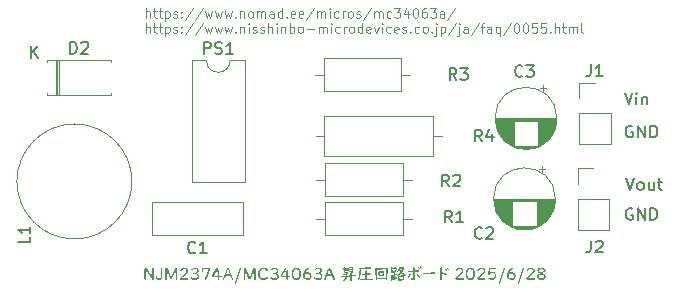
<source format=gto>
%TF.GenerationSoftware,KiCad,Pcbnew,8.0.8*%
%TF.CreationDate,2025-06-29T12:47:59+09:00*%
%TF.ProjectId,NJM2374A_Boost,4e4a4d32-3337-4344-915f-426f6f73742e,rev?*%
%TF.SameCoordinates,Original*%
%TF.FileFunction,Legend,Top*%
%TF.FilePolarity,Positive*%
%FSLAX46Y46*%
G04 Gerber Fmt 4.6, Leading zero omitted, Abs format (unit mm)*
G04 Created by KiCad (PCBNEW 8.0.8) date 2025-06-29 12:47:59*
%MOMM*%
%LPD*%
G01*
G04 APERTURE LIST*
%ADD10C,0.200000*%
%ADD11C,0.100000*%
%ADD12C,0.250000*%
%ADD13C,0.150000*%
%ADD14C,0.120000*%
G04 APERTURE END LIST*
D10*
X139450482Y-86798838D02*
X139355244Y-86751219D01*
X139355244Y-86751219D02*
X139212387Y-86751219D01*
X139212387Y-86751219D02*
X139069530Y-86798838D01*
X139069530Y-86798838D02*
X138974292Y-86894076D01*
X138974292Y-86894076D02*
X138926673Y-86989314D01*
X138926673Y-86989314D02*
X138879054Y-87179790D01*
X138879054Y-87179790D02*
X138879054Y-87322647D01*
X138879054Y-87322647D02*
X138926673Y-87513123D01*
X138926673Y-87513123D02*
X138974292Y-87608361D01*
X138974292Y-87608361D02*
X139069530Y-87703600D01*
X139069530Y-87703600D02*
X139212387Y-87751219D01*
X139212387Y-87751219D02*
X139307625Y-87751219D01*
X139307625Y-87751219D02*
X139450482Y-87703600D01*
X139450482Y-87703600D02*
X139498101Y-87655980D01*
X139498101Y-87655980D02*
X139498101Y-87322647D01*
X139498101Y-87322647D02*
X139307625Y-87322647D01*
X139926673Y-87751219D02*
X139926673Y-86751219D01*
X139926673Y-86751219D02*
X140498101Y-87751219D01*
X140498101Y-87751219D02*
X140498101Y-86751219D01*
X140974292Y-87751219D02*
X140974292Y-86751219D01*
X140974292Y-86751219D02*
X141212387Y-86751219D01*
X141212387Y-86751219D02*
X141355244Y-86798838D01*
X141355244Y-86798838D02*
X141450482Y-86894076D01*
X141450482Y-86894076D02*
X141498101Y-86989314D01*
X141498101Y-86989314D02*
X141545720Y-87179790D01*
X141545720Y-87179790D02*
X141545720Y-87322647D01*
X141545720Y-87322647D02*
X141498101Y-87513123D01*
X141498101Y-87513123D02*
X141450482Y-87608361D01*
X141450482Y-87608361D02*
X141355244Y-87703600D01*
X141355244Y-87703600D02*
X141212387Y-87751219D01*
X141212387Y-87751219D02*
X140974292Y-87751219D01*
D11*
X98256265Y-77608940D02*
X98256265Y-76808940D01*
X98599122Y-77608940D02*
X98599122Y-77189892D01*
X98599122Y-77189892D02*
X98561027Y-77113702D01*
X98561027Y-77113702D02*
X98484836Y-77075606D01*
X98484836Y-77075606D02*
X98370550Y-77075606D01*
X98370550Y-77075606D02*
X98294360Y-77113702D01*
X98294360Y-77113702D02*
X98256265Y-77151797D01*
X98865789Y-77075606D02*
X99170551Y-77075606D01*
X98980075Y-76808940D02*
X98980075Y-77494654D01*
X98980075Y-77494654D02*
X99018170Y-77570845D01*
X99018170Y-77570845D02*
X99094360Y-77608940D01*
X99094360Y-77608940D02*
X99170551Y-77608940D01*
X99322932Y-77075606D02*
X99627694Y-77075606D01*
X99437218Y-76808940D02*
X99437218Y-77494654D01*
X99437218Y-77494654D02*
X99475313Y-77570845D01*
X99475313Y-77570845D02*
X99551503Y-77608940D01*
X99551503Y-77608940D02*
X99627694Y-77608940D01*
X99894361Y-77075606D02*
X99894361Y-77875606D01*
X99894361Y-77113702D02*
X99970551Y-77075606D01*
X99970551Y-77075606D02*
X100122932Y-77075606D01*
X100122932Y-77075606D02*
X100199123Y-77113702D01*
X100199123Y-77113702D02*
X100237218Y-77151797D01*
X100237218Y-77151797D02*
X100275313Y-77227987D01*
X100275313Y-77227987D02*
X100275313Y-77456559D01*
X100275313Y-77456559D02*
X100237218Y-77532749D01*
X100237218Y-77532749D02*
X100199123Y-77570845D01*
X100199123Y-77570845D02*
X100122932Y-77608940D01*
X100122932Y-77608940D02*
X99970551Y-77608940D01*
X99970551Y-77608940D02*
X99894361Y-77570845D01*
X100580075Y-77570845D02*
X100656266Y-77608940D01*
X100656266Y-77608940D02*
X100808647Y-77608940D01*
X100808647Y-77608940D02*
X100884837Y-77570845D01*
X100884837Y-77570845D02*
X100922933Y-77494654D01*
X100922933Y-77494654D02*
X100922933Y-77456559D01*
X100922933Y-77456559D02*
X100884837Y-77380368D01*
X100884837Y-77380368D02*
X100808647Y-77342273D01*
X100808647Y-77342273D02*
X100694361Y-77342273D01*
X100694361Y-77342273D02*
X100618171Y-77304178D01*
X100618171Y-77304178D02*
X100580075Y-77227987D01*
X100580075Y-77227987D02*
X100580075Y-77189892D01*
X100580075Y-77189892D02*
X100618171Y-77113702D01*
X100618171Y-77113702D02*
X100694361Y-77075606D01*
X100694361Y-77075606D02*
X100808647Y-77075606D01*
X100808647Y-77075606D02*
X100884837Y-77113702D01*
X101265790Y-77532749D02*
X101303885Y-77570845D01*
X101303885Y-77570845D02*
X101265790Y-77608940D01*
X101265790Y-77608940D02*
X101227694Y-77570845D01*
X101227694Y-77570845D02*
X101265790Y-77532749D01*
X101265790Y-77532749D02*
X101265790Y-77608940D01*
X101265790Y-77113702D02*
X101303885Y-77151797D01*
X101303885Y-77151797D02*
X101265790Y-77189892D01*
X101265790Y-77189892D02*
X101227694Y-77151797D01*
X101227694Y-77151797D02*
X101265790Y-77113702D01*
X101265790Y-77113702D02*
X101265790Y-77189892D01*
X102218170Y-76770845D02*
X101532456Y-77799416D01*
X103056265Y-76770845D02*
X102370551Y-77799416D01*
X103246741Y-77075606D02*
X103399122Y-77608940D01*
X103399122Y-77608940D02*
X103551503Y-77227987D01*
X103551503Y-77227987D02*
X103703884Y-77608940D01*
X103703884Y-77608940D02*
X103856265Y-77075606D01*
X104084836Y-77075606D02*
X104237217Y-77608940D01*
X104237217Y-77608940D02*
X104389598Y-77227987D01*
X104389598Y-77227987D02*
X104541979Y-77608940D01*
X104541979Y-77608940D02*
X104694360Y-77075606D01*
X104922931Y-77075606D02*
X105075312Y-77608940D01*
X105075312Y-77608940D02*
X105227693Y-77227987D01*
X105227693Y-77227987D02*
X105380074Y-77608940D01*
X105380074Y-77608940D02*
X105532455Y-77075606D01*
X105837217Y-77532749D02*
X105875312Y-77570845D01*
X105875312Y-77570845D02*
X105837217Y-77608940D01*
X105837217Y-77608940D02*
X105799121Y-77570845D01*
X105799121Y-77570845D02*
X105837217Y-77532749D01*
X105837217Y-77532749D02*
X105837217Y-77608940D01*
X106218169Y-77075606D02*
X106218169Y-77608940D01*
X106218169Y-77151797D02*
X106256264Y-77113702D01*
X106256264Y-77113702D02*
X106332454Y-77075606D01*
X106332454Y-77075606D02*
X106446740Y-77075606D01*
X106446740Y-77075606D02*
X106522931Y-77113702D01*
X106522931Y-77113702D02*
X106561026Y-77189892D01*
X106561026Y-77189892D02*
X106561026Y-77608940D01*
X107056264Y-77608940D02*
X106980074Y-77570845D01*
X106980074Y-77570845D02*
X106941979Y-77532749D01*
X106941979Y-77532749D02*
X106903883Y-77456559D01*
X106903883Y-77456559D02*
X106903883Y-77227987D01*
X106903883Y-77227987D02*
X106941979Y-77151797D01*
X106941979Y-77151797D02*
X106980074Y-77113702D01*
X106980074Y-77113702D02*
X107056264Y-77075606D01*
X107056264Y-77075606D02*
X107170550Y-77075606D01*
X107170550Y-77075606D02*
X107246741Y-77113702D01*
X107246741Y-77113702D02*
X107284836Y-77151797D01*
X107284836Y-77151797D02*
X107322931Y-77227987D01*
X107322931Y-77227987D02*
X107322931Y-77456559D01*
X107322931Y-77456559D02*
X107284836Y-77532749D01*
X107284836Y-77532749D02*
X107246741Y-77570845D01*
X107246741Y-77570845D02*
X107170550Y-77608940D01*
X107170550Y-77608940D02*
X107056264Y-77608940D01*
X107665789Y-77608940D02*
X107665789Y-77075606D01*
X107665789Y-77151797D02*
X107703884Y-77113702D01*
X107703884Y-77113702D02*
X107780074Y-77075606D01*
X107780074Y-77075606D02*
X107894360Y-77075606D01*
X107894360Y-77075606D02*
X107970551Y-77113702D01*
X107970551Y-77113702D02*
X108008646Y-77189892D01*
X108008646Y-77189892D02*
X108008646Y-77608940D01*
X108008646Y-77189892D02*
X108046741Y-77113702D01*
X108046741Y-77113702D02*
X108122932Y-77075606D01*
X108122932Y-77075606D02*
X108237217Y-77075606D01*
X108237217Y-77075606D02*
X108313408Y-77113702D01*
X108313408Y-77113702D02*
X108351503Y-77189892D01*
X108351503Y-77189892D02*
X108351503Y-77608940D01*
X109075313Y-77608940D02*
X109075313Y-77189892D01*
X109075313Y-77189892D02*
X109037218Y-77113702D01*
X109037218Y-77113702D02*
X108961027Y-77075606D01*
X108961027Y-77075606D02*
X108808646Y-77075606D01*
X108808646Y-77075606D02*
X108732456Y-77113702D01*
X109075313Y-77570845D02*
X108999122Y-77608940D01*
X108999122Y-77608940D02*
X108808646Y-77608940D01*
X108808646Y-77608940D02*
X108732456Y-77570845D01*
X108732456Y-77570845D02*
X108694360Y-77494654D01*
X108694360Y-77494654D02*
X108694360Y-77418464D01*
X108694360Y-77418464D02*
X108732456Y-77342273D01*
X108732456Y-77342273D02*
X108808646Y-77304178D01*
X108808646Y-77304178D02*
X108999122Y-77304178D01*
X108999122Y-77304178D02*
X109075313Y-77266083D01*
X109799123Y-77608940D02*
X109799123Y-76808940D01*
X109799123Y-77570845D02*
X109722932Y-77608940D01*
X109722932Y-77608940D02*
X109570551Y-77608940D01*
X109570551Y-77608940D02*
X109494361Y-77570845D01*
X109494361Y-77570845D02*
X109456266Y-77532749D01*
X109456266Y-77532749D02*
X109418170Y-77456559D01*
X109418170Y-77456559D02*
X109418170Y-77227987D01*
X109418170Y-77227987D02*
X109456266Y-77151797D01*
X109456266Y-77151797D02*
X109494361Y-77113702D01*
X109494361Y-77113702D02*
X109570551Y-77075606D01*
X109570551Y-77075606D02*
X109722932Y-77075606D01*
X109722932Y-77075606D02*
X109799123Y-77113702D01*
X110180076Y-77532749D02*
X110218171Y-77570845D01*
X110218171Y-77570845D02*
X110180076Y-77608940D01*
X110180076Y-77608940D02*
X110141980Y-77570845D01*
X110141980Y-77570845D02*
X110180076Y-77532749D01*
X110180076Y-77532749D02*
X110180076Y-77608940D01*
X110865790Y-77570845D02*
X110789599Y-77608940D01*
X110789599Y-77608940D02*
X110637218Y-77608940D01*
X110637218Y-77608940D02*
X110561028Y-77570845D01*
X110561028Y-77570845D02*
X110522932Y-77494654D01*
X110522932Y-77494654D02*
X110522932Y-77189892D01*
X110522932Y-77189892D02*
X110561028Y-77113702D01*
X110561028Y-77113702D02*
X110637218Y-77075606D01*
X110637218Y-77075606D02*
X110789599Y-77075606D01*
X110789599Y-77075606D02*
X110865790Y-77113702D01*
X110865790Y-77113702D02*
X110903885Y-77189892D01*
X110903885Y-77189892D02*
X110903885Y-77266083D01*
X110903885Y-77266083D02*
X110522932Y-77342273D01*
X111551504Y-77570845D02*
X111475313Y-77608940D01*
X111475313Y-77608940D02*
X111322932Y-77608940D01*
X111322932Y-77608940D02*
X111246742Y-77570845D01*
X111246742Y-77570845D02*
X111208646Y-77494654D01*
X111208646Y-77494654D02*
X111208646Y-77189892D01*
X111208646Y-77189892D02*
X111246742Y-77113702D01*
X111246742Y-77113702D02*
X111322932Y-77075606D01*
X111322932Y-77075606D02*
X111475313Y-77075606D01*
X111475313Y-77075606D02*
X111551504Y-77113702D01*
X111551504Y-77113702D02*
X111589599Y-77189892D01*
X111589599Y-77189892D02*
X111589599Y-77266083D01*
X111589599Y-77266083D02*
X111208646Y-77342273D01*
X112503884Y-76770845D02*
X111818170Y-77799416D01*
X112770551Y-77608940D02*
X112770551Y-77075606D01*
X112770551Y-77151797D02*
X112808646Y-77113702D01*
X112808646Y-77113702D02*
X112884836Y-77075606D01*
X112884836Y-77075606D02*
X112999122Y-77075606D01*
X112999122Y-77075606D02*
X113075313Y-77113702D01*
X113075313Y-77113702D02*
X113113408Y-77189892D01*
X113113408Y-77189892D02*
X113113408Y-77608940D01*
X113113408Y-77189892D02*
X113151503Y-77113702D01*
X113151503Y-77113702D02*
X113227694Y-77075606D01*
X113227694Y-77075606D02*
X113341979Y-77075606D01*
X113341979Y-77075606D02*
X113418170Y-77113702D01*
X113418170Y-77113702D02*
X113456265Y-77189892D01*
X113456265Y-77189892D02*
X113456265Y-77608940D01*
X113837218Y-77608940D02*
X113837218Y-77075606D01*
X113837218Y-76808940D02*
X113799122Y-76847035D01*
X113799122Y-76847035D02*
X113837218Y-76885130D01*
X113837218Y-76885130D02*
X113875313Y-76847035D01*
X113875313Y-76847035D02*
X113837218Y-76808940D01*
X113837218Y-76808940D02*
X113837218Y-76885130D01*
X114561027Y-77570845D02*
X114484836Y-77608940D01*
X114484836Y-77608940D02*
X114332455Y-77608940D01*
X114332455Y-77608940D02*
X114256265Y-77570845D01*
X114256265Y-77570845D02*
X114218170Y-77532749D01*
X114218170Y-77532749D02*
X114180074Y-77456559D01*
X114180074Y-77456559D02*
X114180074Y-77227987D01*
X114180074Y-77227987D02*
X114218170Y-77151797D01*
X114218170Y-77151797D02*
X114256265Y-77113702D01*
X114256265Y-77113702D02*
X114332455Y-77075606D01*
X114332455Y-77075606D02*
X114484836Y-77075606D01*
X114484836Y-77075606D02*
X114561027Y-77113702D01*
X114903884Y-77608940D02*
X114903884Y-77075606D01*
X114903884Y-77227987D02*
X114941979Y-77151797D01*
X114941979Y-77151797D02*
X114980074Y-77113702D01*
X114980074Y-77113702D02*
X115056265Y-77075606D01*
X115056265Y-77075606D02*
X115132455Y-77075606D01*
X115513407Y-77608940D02*
X115437217Y-77570845D01*
X115437217Y-77570845D02*
X115399122Y-77532749D01*
X115399122Y-77532749D02*
X115361026Y-77456559D01*
X115361026Y-77456559D02*
X115361026Y-77227987D01*
X115361026Y-77227987D02*
X115399122Y-77151797D01*
X115399122Y-77151797D02*
X115437217Y-77113702D01*
X115437217Y-77113702D02*
X115513407Y-77075606D01*
X115513407Y-77075606D02*
X115627693Y-77075606D01*
X115627693Y-77075606D02*
X115703884Y-77113702D01*
X115703884Y-77113702D02*
X115741979Y-77151797D01*
X115741979Y-77151797D02*
X115780074Y-77227987D01*
X115780074Y-77227987D02*
X115780074Y-77456559D01*
X115780074Y-77456559D02*
X115741979Y-77532749D01*
X115741979Y-77532749D02*
X115703884Y-77570845D01*
X115703884Y-77570845D02*
X115627693Y-77608940D01*
X115627693Y-77608940D02*
X115513407Y-77608940D01*
X116084836Y-77570845D02*
X116161027Y-77608940D01*
X116161027Y-77608940D02*
X116313408Y-77608940D01*
X116313408Y-77608940D02*
X116389598Y-77570845D01*
X116389598Y-77570845D02*
X116427694Y-77494654D01*
X116427694Y-77494654D02*
X116427694Y-77456559D01*
X116427694Y-77456559D02*
X116389598Y-77380368D01*
X116389598Y-77380368D02*
X116313408Y-77342273D01*
X116313408Y-77342273D02*
X116199122Y-77342273D01*
X116199122Y-77342273D02*
X116122932Y-77304178D01*
X116122932Y-77304178D02*
X116084836Y-77227987D01*
X116084836Y-77227987D02*
X116084836Y-77189892D01*
X116084836Y-77189892D02*
X116122932Y-77113702D01*
X116122932Y-77113702D02*
X116199122Y-77075606D01*
X116199122Y-77075606D02*
X116313408Y-77075606D01*
X116313408Y-77075606D02*
X116389598Y-77113702D01*
X117341979Y-76770845D02*
X116656265Y-77799416D01*
X117608646Y-77608940D02*
X117608646Y-77075606D01*
X117608646Y-77151797D02*
X117646741Y-77113702D01*
X117646741Y-77113702D02*
X117722931Y-77075606D01*
X117722931Y-77075606D02*
X117837217Y-77075606D01*
X117837217Y-77075606D02*
X117913408Y-77113702D01*
X117913408Y-77113702D02*
X117951503Y-77189892D01*
X117951503Y-77189892D02*
X117951503Y-77608940D01*
X117951503Y-77189892D02*
X117989598Y-77113702D01*
X117989598Y-77113702D02*
X118065789Y-77075606D01*
X118065789Y-77075606D02*
X118180074Y-77075606D01*
X118180074Y-77075606D02*
X118256265Y-77113702D01*
X118256265Y-77113702D02*
X118294360Y-77189892D01*
X118294360Y-77189892D02*
X118294360Y-77608940D01*
X119018170Y-77570845D02*
X118941979Y-77608940D01*
X118941979Y-77608940D02*
X118789598Y-77608940D01*
X118789598Y-77608940D02*
X118713408Y-77570845D01*
X118713408Y-77570845D02*
X118675313Y-77532749D01*
X118675313Y-77532749D02*
X118637217Y-77456559D01*
X118637217Y-77456559D02*
X118637217Y-77227987D01*
X118637217Y-77227987D02*
X118675313Y-77151797D01*
X118675313Y-77151797D02*
X118713408Y-77113702D01*
X118713408Y-77113702D02*
X118789598Y-77075606D01*
X118789598Y-77075606D02*
X118941979Y-77075606D01*
X118941979Y-77075606D02*
X119018170Y-77113702D01*
X119284836Y-76808940D02*
X119780074Y-76808940D01*
X119780074Y-76808940D02*
X119513408Y-77113702D01*
X119513408Y-77113702D02*
X119627693Y-77113702D01*
X119627693Y-77113702D02*
X119703884Y-77151797D01*
X119703884Y-77151797D02*
X119741979Y-77189892D01*
X119741979Y-77189892D02*
X119780074Y-77266083D01*
X119780074Y-77266083D02*
X119780074Y-77456559D01*
X119780074Y-77456559D02*
X119741979Y-77532749D01*
X119741979Y-77532749D02*
X119703884Y-77570845D01*
X119703884Y-77570845D02*
X119627693Y-77608940D01*
X119627693Y-77608940D02*
X119399122Y-77608940D01*
X119399122Y-77608940D02*
X119322931Y-77570845D01*
X119322931Y-77570845D02*
X119284836Y-77532749D01*
X120465789Y-77075606D02*
X120465789Y-77608940D01*
X120275313Y-76770845D02*
X120084836Y-77342273D01*
X120084836Y-77342273D02*
X120580075Y-77342273D01*
X121037218Y-76808940D02*
X121113408Y-76808940D01*
X121113408Y-76808940D02*
X121189599Y-76847035D01*
X121189599Y-76847035D02*
X121227694Y-76885130D01*
X121227694Y-76885130D02*
X121265789Y-76961321D01*
X121265789Y-76961321D02*
X121303884Y-77113702D01*
X121303884Y-77113702D02*
X121303884Y-77304178D01*
X121303884Y-77304178D02*
X121265789Y-77456559D01*
X121265789Y-77456559D02*
X121227694Y-77532749D01*
X121227694Y-77532749D02*
X121189599Y-77570845D01*
X121189599Y-77570845D02*
X121113408Y-77608940D01*
X121113408Y-77608940D02*
X121037218Y-77608940D01*
X121037218Y-77608940D02*
X120961027Y-77570845D01*
X120961027Y-77570845D02*
X120922932Y-77532749D01*
X120922932Y-77532749D02*
X120884837Y-77456559D01*
X120884837Y-77456559D02*
X120846741Y-77304178D01*
X120846741Y-77304178D02*
X120846741Y-77113702D01*
X120846741Y-77113702D02*
X120884837Y-76961321D01*
X120884837Y-76961321D02*
X120922932Y-76885130D01*
X120922932Y-76885130D02*
X120961027Y-76847035D01*
X120961027Y-76847035D02*
X121037218Y-76808940D01*
X121989599Y-76808940D02*
X121837218Y-76808940D01*
X121837218Y-76808940D02*
X121761027Y-76847035D01*
X121761027Y-76847035D02*
X121722932Y-76885130D01*
X121722932Y-76885130D02*
X121646742Y-76999416D01*
X121646742Y-76999416D02*
X121608646Y-77151797D01*
X121608646Y-77151797D02*
X121608646Y-77456559D01*
X121608646Y-77456559D02*
X121646742Y-77532749D01*
X121646742Y-77532749D02*
X121684837Y-77570845D01*
X121684837Y-77570845D02*
X121761027Y-77608940D01*
X121761027Y-77608940D02*
X121913408Y-77608940D01*
X121913408Y-77608940D02*
X121989599Y-77570845D01*
X121989599Y-77570845D02*
X122027694Y-77532749D01*
X122027694Y-77532749D02*
X122065789Y-77456559D01*
X122065789Y-77456559D02*
X122065789Y-77266083D01*
X122065789Y-77266083D02*
X122027694Y-77189892D01*
X122027694Y-77189892D02*
X121989599Y-77151797D01*
X121989599Y-77151797D02*
X121913408Y-77113702D01*
X121913408Y-77113702D02*
X121761027Y-77113702D01*
X121761027Y-77113702D02*
X121684837Y-77151797D01*
X121684837Y-77151797D02*
X121646742Y-77189892D01*
X121646742Y-77189892D02*
X121608646Y-77266083D01*
X122332456Y-76808940D02*
X122827694Y-76808940D01*
X122827694Y-76808940D02*
X122561028Y-77113702D01*
X122561028Y-77113702D02*
X122675313Y-77113702D01*
X122675313Y-77113702D02*
X122751504Y-77151797D01*
X122751504Y-77151797D02*
X122789599Y-77189892D01*
X122789599Y-77189892D02*
X122827694Y-77266083D01*
X122827694Y-77266083D02*
X122827694Y-77456559D01*
X122827694Y-77456559D02*
X122789599Y-77532749D01*
X122789599Y-77532749D02*
X122751504Y-77570845D01*
X122751504Y-77570845D02*
X122675313Y-77608940D01*
X122675313Y-77608940D02*
X122446742Y-77608940D01*
X122446742Y-77608940D02*
X122370551Y-77570845D01*
X122370551Y-77570845D02*
X122332456Y-77532749D01*
X123513409Y-77608940D02*
X123513409Y-77189892D01*
X123513409Y-77189892D02*
X123475314Y-77113702D01*
X123475314Y-77113702D02*
X123399123Y-77075606D01*
X123399123Y-77075606D02*
X123246742Y-77075606D01*
X123246742Y-77075606D02*
X123170552Y-77113702D01*
X123513409Y-77570845D02*
X123437218Y-77608940D01*
X123437218Y-77608940D02*
X123246742Y-77608940D01*
X123246742Y-77608940D02*
X123170552Y-77570845D01*
X123170552Y-77570845D02*
X123132456Y-77494654D01*
X123132456Y-77494654D02*
X123132456Y-77418464D01*
X123132456Y-77418464D02*
X123170552Y-77342273D01*
X123170552Y-77342273D02*
X123246742Y-77304178D01*
X123246742Y-77304178D02*
X123437218Y-77304178D01*
X123437218Y-77304178D02*
X123513409Y-77266083D01*
X124465790Y-76770845D02*
X123780076Y-77799416D01*
X98256265Y-78896895D02*
X98256265Y-78096895D01*
X98599122Y-78896895D02*
X98599122Y-78477847D01*
X98599122Y-78477847D02*
X98561027Y-78401657D01*
X98561027Y-78401657D02*
X98484836Y-78363561D01*
X98484836Y-78363561D02*
X98370550Y-78363561D01*
X98370550Y-78363561D02*
X98294360Y-78401657D01*
X98294360Y-78401657D02*
X98256265Y-78439752D01*
X98865789Y-78363561D02*
X99170551Y-78363561D01*
X98980075Y-78096895D02*
X98980075Y-78782609D01*
X98980075Y-78782609D02*
X99018170Y-78858800D01*
X99018170Y-78858800D02*
X99094360Y-78896895D01*
X99094360Y-78896895D02*
X99170551Y-78896895D01*
X99322932Y-78363561D02*
X99627694Y-78363561D01*
X99437218Y-78096895D02*
X99437218Y-78782609D01*
X99437218Y-78782609D02*
X99475313Y-78858800D01*
X99475313Y-78858800D02*
X99551503Y-78896895D01*
X99551503Y-78896895D02*
X99627694Y-78896895D01*
X99894361Y-78363561D02*
X99894361Y-79163561D01*
X99894361Y-78401657D02*
X99970551Y-78363561D01*
X99970551Y-78363561D02*
X100122932Y-78363561D01*
X100122932Y-78363561D02*
X100199123Y-78401657D01*
X100199123Y-78401657D02*
X100237218Y-78439752D01*
X100237218Y-78439752D02*
X100275313Y-78515942D01*
X100275313Y-78515942D02*
X100275313Y-78744514D01*
X100275313Y-78744514D02*
X100237218Y-78820704D01*
X100237218Y-78820704D02*
X100199123Y-78858800D01*
X100199123Y-78858800D02*
X100122932Y-78896895D01*
X100122932Y-78896895D02*
X99970551Y-78896895D01*
X99970551Y-78896895D02*
X99894361Y-78858800D01*
X100580075Y-78858800D02*
X100656266Y-78896895D01*
X100656266Y-78896895D02*
X100808647Y-78896895D01*
X100808647Y-78896895D02*
X100884837Y-78858800D01*
X100884837Y-78858800D02*
X100922933Y-78782609D01*
X100922933Y-78782609D02*
X100922933Y-78744514D01*
X100922933Y-78744514D02*
X100884837Y-78668323D01*
X100884837Y-78668323D02*
X100808647Y-78630228D01*
X100808647Y-78630228D02*
X100694361Y-78630228D01*
X100694361Y-78630228D02*
X100618171Y-78592133D01*
X100618171Y-78592133D02*
X100580075Y-78515942D01*
X100580075Y-78515942D02*
X100580075Y-78477847D01*
X100580075Y-78477847D02*
X100618171Y-78401657D01*
X100618171Y-78401657D02*
X100694361Y-78363561D01*
X100694361Y-78363561D02*
X100808647Y-78363561D01*
X100808647Y-78363561D02*
X100884837Y-78401657D01*
X101265790Y-78820704D02*
X101303885Y-78858800D01*
X101303885Y-78858800D02*
X101265790Y-78896895D01*
X101265790Y-78896895D02*
X101227694Y-78858800D01*
X101227694Y-78858800D02*
X101265790Y-78820704D01*
X101265790Y-78820704D02*
X101265790Y-78896895D01*
X101265790Y-78401657D02*
X101303885Y-78439752D01*
X101303885Y-78439752D02*
X101265790Y-78477847D01*
X101265790Y-78477847D02*
X101227694Y-78439752D01*
X101227694Y-78439752D02*
X101265790Y-78401657D01*
X101265790Y-78401657D02*
X101265790Y-78477847D01*
X102218170Y-78058800D02*
X101532456Y-79087371D01*
X103056265Y-78058800D02*
X102370551Y-79087371D01*
X103246741Y-78363561D02*
X103399122Y-78896895D01*
X103399122Y-78896895D02*
X103551503Y-78515942D01*
X103551503Y-78515942D02*
X103703884Y-78896895D01*
X103703884Y-78896895D02*
X103856265Y-78363561D01*
X104084836Y-78363561D02*
X104237217Y-78896895D01*
X104237217Y-78896895D02*
X104389598Y-78515942D01*
X104389598Y-78515942D02*
X104541979Y-78896895D01*
X104541979Y-78896895D02*
X104694360Y-78363561D01*
X104922931Y-78363561D02*
X105075312Y-78896895D01*
X105075312Y-78896895D02*
X105227693Y-78515942D01*
X105227693Y-78515942D02*
X105380074Y-78896895D01*
X105380074Y-78896895D02*
X105532455Y-78363561D01*
X105837217Y-78820704D02*
X105875312Y-78858800D01*
X105875312Y-78858800D02*
X105837217Y-78896895D01*
X105837217Y-78896895D02*
X105799121Y-78858800D01*
X105799121Y-78858800D02*
X105837217Y-78820704D01*
X105837217Y-78820704D02*
X105837217Y-78896895D01*
X106218169Y-78363561D02*
X106218169Y-78896895D01*
X106218169Y-78439752D02*
X106256264Y-78401657D01*
X106256264Y-78401657D02*
X106332454Y-78363561D01*
X106332454Y-78363561D02*
X106446740Y-78363561D01*
X106446740Y-78363561D02*
X106522931Y-78401657D01*
X106522931Y-78401657D02*
X106561026Y-78477847D01*
X106561026Y-78477847D02*
X106561026Y-78896895D01*
X106941979Y-78896895D02*
X106941979Y-78363561D01*
X106941979Y-78096895D02*
X106903883Y-78134990D01*
X106903883Y-78134990D02*
X106941979Y-78173085D01*
X106941979Y-78173085D02*
X106980074Y-78134990D01*
X106980074Y-78134990D02*
X106941979Y-78096895D01*
X106941979Y-78096895D02*
X106941979Y-78173085D01*
X107284835Y-78858800D02*
X107361026Y-78896895D01*
X107361026Y-78896895D02*
X107513407Y-78896895D01*
X107513407Y-78896895D02*
X107589597Y-78858800D01*
X107589597Y-78858800D02*
X107627693Y-78782609D01*
X107627693Y-78782609D02*
X107627693Y-78744514D01*
X107627693Y-78744514D02*
X107589597Y-78668323D01*
X107589597Y-78668323D02*
X107513407Y-78630228D01*
X107513407Y-78630228D02*
X107399121Y-78630228D01*
X107399121Y-78630228D02*
X107322931Y-78592133D01*
X107322931Y-78592133D02*
X107284835Y-78515942D01*
X107284835Y-78515942D02*
X107284835Y-78477847D01*
X107284835Y-78477847D02*
X107322931Y-78401657D01*
X107322931Y-78401657D02*
X107399121Y-78363561D01*
X107399121Y-78363561D02*
X107513407Y-78363561D01*
X107513407Y-78363561D02*
X107589597Y-78401657D01*
X107932454Y-78858800D02*
X108008645Y-78896895D01*
X108008645Y-78896895D02*
X108161026Y-78896895D01*
X108161026Y-78896895D02*
X108237216Y-78858800D01*
X108237216Y-78858800D02*
X108275312Y-78782609D01*
X108275312Y-78782609D02*
X108275312Y-78744514D01*
X108275312Y-78744514D02*
X108237216Y-78668323D01*
X108237216Y-78668323D02*
X108161026Y-78630228D01*
X108161026Y-78630228D02*
X108046740Y-78630228D01*
X108046740Y-78630228D02*
X107970550Y-78592133D01*
X107970550Y-78592133D02*
X107932454Y-78515942D01*
X107932454Y-78515942D02*
X107932454Y-78477847D01*
X107932454Y-78477847D02*
X107970550Y-78401657D01*
X107970550Y-78401657D02*
X108046740Y-78363561D01*
X108046740Y-78363561D02*
X108161026Y-78363561D01*
X108161026Y-78363561D02*
X108237216Y-78401657D01*
X108618169Y-78896895D02*
X108618169Y-78096895D01*
X108961026Y-78896895D02*
X108961026Y-78477847D01*
X108961026Y-78477847D02*
X108922931Y-78401657D01*
X108922931Y-78401657D02*
X108846740Y-78363561D01*
X108846740Y-78363561D02*
X108732454Y-78363561D01*
X108732454Y-78363561D02*
X108656264Y-78401657D01*
X108656264Y-78401657D02*
X108618169Y-78439752D01*
X109341979Y-78896895D02*
X109341979Y-78363561D01*
X109341979Y-78096895D02*
X109303883Y-78134990D01*
X109303883Y-78134990D02*
X109341979Y-78173085D01*
X109341979Y-78173085D02*
X109380074Y-78134990D01*
X109380074Y-78134990D02*
X109341979Y-78096895D01*
X109341979Y-78096895D02*
X109341979Y-78173085D01*
X109722931Y-78363561D02*
X109722931Y-78896895D01*
X109722931Y-78439752D02*
X109761026Y-78401657D01*
X109761026Y-78401657D02*
X109837216Y-78363561D01*
X109837216Y-78363561D02*
X109951502Y-78363561D01*
X109951502Y-78363561D02*
X110027693Y-78401657D01*
X110027693Y-78401657D02*
X110065788Y-78477847D01*
X110065788Y-78477847D02*
X110065788Y-78896895D01*
X110446741Y-78896895D02*
X110446741Y-78096895D01*
X110446741Y-78401657D02*
X110522931Y-78363561D01*
X110522931Y-78363561D02*
X110675312Y-78363561D01*
X110675312Y-78363561D02*
X110751503Y-78401657D01*
X110751503Y-78401657D02*
X110789598Y-78439752D01*
X110789598Y-78439752D02*
X110827693Y-78515942D01*
X110827693Y-78515942D02*
X110827693Y-78744514D01*
X110827693Y-78744514D02*
X110789598Y-78820704D01*
X110789598Y-78820704D02*
X110751503Y-78858800D01*
X110751503Y-78858800D02*
X110675312Y-78896895D01*
X110675312Y-78896895D02*
X110522931Y-78896895D01*
X110522931Y-78896895D02*
X110446741Y-78858800D01*
X111284836Y-78896895D02*
X111208646Y-78858800D01*
X111208646Y-78858800D02*
X111170551Y-78820704D01*
X111170551Y-78820704D02*
X111132455Y-78744514D01*
X111132455Y-78744514D02*
X111132455Y-78515942D01*
X111132455Y-78515942D02*
X111170551Y-78439752D01*
X111170551Y-78439752D02*
X111208646Y-78401657D01*
X111208646Y-78401657D02*
X111284836Y-78363561D01*
X111284836Y-78363561D02*
X111399122Y-78363561D01*
X111399122Y-78363561D02*
X111475313Y-78401657D01*
X111475313Y-78401657D02*
X111513408Y-78439752D01*
X111513408Y-78439752D02*
X111551503Y-78515942D01*
X111551503Y-78515942D02*
X111551503Y-78744514D01*
X111551503Y-78744514D02*
X111513408Y-78820704D01*
X111513408Y-78820704D02*
X111475313Y-78858800D01*
X111475313Y-78858800D02*
X111399122Y-78896895D01*
X111399122Y-78896895D02*
X111284836Y-78896895D01*
X111894361Y-78592133D02*
X112503885Y-78592133D01*
X112884837Y-78896895D02*
X112884837Y-78363561D01*
X112884837Y-78439752D02*
X112922932Y-78401657D01*
X112922932Y-78401657D02*
X112999122Y-78363561D01*
X112999122Y-78363561D02*
X113113408Y-78363561D01*
X113113408Y-78363561D02*
X113189599Y-78401657D01*
X113189599Y-78401657D02*
X113227694Y-78477847D01*
X113227694Y-78477847D02*
X113227694Y-78896895D01*
X113227694Y-78477847D02*
X113265789Y-78401657D01*
X113265789Y-78401657D02*
X113341980Y-78363561D01*
X113341980Y-78363561D02*
X113456265Y-78363561D01*
X113456265Y-78363561D02*
X113532456Y-78401657D01*
X113532456Y-78401657D02*
X113570551Y-78477847D01*
X113570551Y-78477847D02*
X113570551Y-78896895D01*
X113951504Y-78896895D02*
X113951504Y-78363561D01*
X113951504Y-78096895D02*
X113913408Y-78134990D01*
X113913408Y-78134990D02*
X113951504Y-78173085D01*
X113951504Y-78173085D02*
X113989599Y-78134990D01*
X113989599Y-78134990D02*
X113951504Y-78096895D01*
X113951504Y-78096895D02*
X113951504Y-78173085D01*
X114675313Y-78858800D02*
X114599122Y-78896895D01*
X114599122Y-78896895D02*
X114446741Y-78896895D01*
X114446741Y-78896895D02*
X114370551Y-78858800D01*
X114370551Y-78858800D02*
X114332456Y-78820704D01*
X114332456Y-78820704D02*
X114294360Y-78744514D01*
X114294360Y-78744514D02*
X114294360Y-78515942D01*
X114294360Y-78515942D02*
X114332456Y-78439752D01*
X114332456Y-78439752D02*
X114370551Y-78401657D01*
X114370551Y-78401657D02*
X114446741Y-78363561D01*
X114446741Y-78363561D02*
X114599122Y-78363561D01*
X114599122Y-78363561D02*
X114675313Y-78401657D01*
X115018170Y-78896895D02*
X115018170Y-78363561D01*
X115018170Y-78515942D02*
X115056265Y-78439752D01*
X115056265Y-78439752D02*
X115094360Y-78401657D01*
X115094360Y-78401657D02*
X115170551Y-78363561D01*
X115170551Y-78363561D02*
X115246741Y-78363561D01*
X115627693Y-78896895D02*
X115551503Y-78858800D01*
X115551503Y-78858800D02*
X115513408Y-78820704D01*
X115513408Y-78820704D02*
X115475312Y-78744514D01*
X115475312Y-78744514D02*
X115475312Y-78515942D01*
X115475312Y-78515942D02*
X115513408Y-78439752D01*
X115513408Y-78439752D02*
X115551503Y-78401657D01*
X115551503Y-78401657D02*
X115627693Y-78363561D01*
X115627693Y-78363561D02*
X115741979Y-78363561D01*
X115741979Y-78363561D02*
X115818170Y-78401657D01*
X115818170Y-78401657D02*
X115856265Y-78439752D01*
X115856265Y-78439752D02*
X115894360Y-78515942D01*
X115894360Y-78515942D02*
X115894360Y-78744514D01*
X115894360Y-78744514D02*
X115856265Y-78820704D01*
X115856265Y-78820704D02*
X115818170Y-78858800D01*
X115818170Y-78858800D02*
X115741979Y-78896895D01*
X115741979Y-78896895D02*
X115627693Y-78896895D01*
X116580075Y-78896895D02*
X116580075Y-78096895D01*
X116580075Y-78858800D02*
X116503884Y-78896895D01*
X116503884Y-78896895D02*
X116351503Y-78896895D01*
X116351503Y-78896895D02*
X116275313Y-78858800D01*
X116275313Y-78858800D02*
X116237218Y-78820704D01*
X116237218Y-78820704D02*
X116199122Y-78744514D01*
X116199122Y-78744514D02*
X116199122Y-78515942D01*
X116199122Y-78515942D02*
X116237218Y-78439752D01*
X116237218Y-78439752D02*
X116275313Y-78401657D01*
X116275313Y-78401657D02*
X116351503Y-78363561D01*
X116351503Y-78363561D02*
X116503884Y-78363561D01*
X116503884Y-78363561D02*
X116580075Y-78401657D01*
X117265790Y-78858800D02*
X117189599Y-78896895D01*
X117189599Y-78896895D02*
X117037218Y-78896895D01*
X117037218Y-78896895D02*
X116961028Y-78858800D01*
X116961028Y-78858800D02*
X116922932Y-78782609D01*
X116922932Y-78782609D02*
X116922932Y-78477847D01*
X116922932Y-78477847D02*
X116961028Y-78401657D01*
X116961028Y-78401657D02*
X117037218Y-78363561D01*
X117037218Y-78363561D02*
X117189599Y-78363561D01*
X117189599Y-78363561D02*
X117265790Y-78401657D01*
X117265790Y-78401657D02*
X117303885Y-78477847D01*
X117303885Y-78477847D02*
X117303885Y-78554038D01*
X117303885Y-78554038D02*
X116922932Y-78630228D01*
X117570551Y-78363561D02*
X117761027Y-78896895D01*
X117761027Y-78896895D02*
X117951504Y-78363561D01*
X118256266Y-78896895D02*
X118256266Y-78363561D01*
X118256266Y-78096895D02*
X118218170Y-78134990D01*
X118218170Y-78134990D02*
X118256266Y-78173085D01*
X118256266Y-78173085D02*
X118294361Y-78134990D01*
X118294361Y-78134990D02*
X118256266Y-78096895D01*
X118256266Y-78096895D02*
X118256266Y-78173085D01*
X118980075Y-78858800D02*
X118903884Y-78896895D01*
X118903884Y-78896895D02*
X118751503Y-78896895D01*
X118751503Y-78896895D02*
X118675313Y-78858800D01*
X118675313Y-78858800D02*
X118637218Y-78820704D01*
X118637218Y-78820704D02*
X118599122Y-78744514D01*
X118599122Y-78744514D02*
X118599122Y-78515942D01*
X118599122Y-78515942D02*
X118637218Y-78439752D01*
X118637218Y-78439752D02*
X118675313Y-78401657D01*
X118675313Y-78401657D02*
X118751503Y-78363561D01*
X118751503Y-78363561D02*
X118903884Y-78363561D01*
X118903884Y-78363561D02*
X118980075Y-78401657D01*
X119627694Y-78858800D02*
X119551503Y-78896895D01*
X119551503Y-78896895D02*
X119399122Y-78896895D01*
X119399122Y-78896895D02*
X119322932Y-78858800D01*
X119322932Y-78858800D02*
X119284836Y-78782609D01*
X119284836Y-78782609D02*
X119284836Y-78477847D01*
X119284836Y-78477847D02*
X119322932Y-78401657D01*
X119322932Y-78401657D02*
X119399122Y-78363561D01*
X119399122Y-78363561D02*
X119551503Y-78363561D01*
X119551503Y-78363561D02*
X119627694Y-78401657D01*
X119627694Y-78401657D02*
X119665789Y-78477847D01*
X119665789Y-78477847D02*
X119665789Y-78554038D01*
X119665789Y-78554038D02*
X119284836Y-78630228D01*
X119970550Y-78858800D02*
X120046741Y-78896895D01*
X120046741Y-78896895D02*
X120199122Y-78896895D01*
X120199122Y-78896895D02*
X120275312Y-78858800D01*
X120275312Y-78858800D02*
X120313408Y-78782609D01*
X120313408Y-78782609D02*
X120313408Y-78744514D01*
X120313408Y-78744514D02*
X120275312Y-78668323D01*
X120275312Y-78668323D02*
X120199122Y-78630228D01*
X120199122Y-78630228D02*
X120084836Y-78630228D01*
X120084836Y-78630228D02*
X120008646Y-78592133D01*
X120008646Y-78592133D02*
X119970550Y-78515942D01*
X119970550Y-78515942D02*
X119970550Y-78477847D01*
X119970550Y-78477847D02*
X120008646Y-78401657D01*
X120008646Y-78401657D02*
X120084836Y-78363561D01*
X120084836Y-78363561D02*
X120199122Y-78363561D01*
X120199122Y-78363561D02*
X120275312Y-78401657D01*
X120656265Y-78820704D02*
X120694360Y-78858800D01*
X120694360Y-78858800D02*
X120656265Y-78896895D01*
X120656265Y-78896895D02*
X120618169Y-78858800D01*
X120618169Y-78858800D02*
X120656265Y-78820704D01*
X120656265Y-78820704D02*
X120656265Y-78896895D01*
X121380074Y-78858800D02*
X121303883Y-78896895D01*
X121303883Y-78896895D02*
X121151502Y-78896895D01*
X121151502Y-78896895D02*
X121075312Y-78858800D01*
X121075312Y-78858800D02*
X121037217Y-78820704D01*
X121037217Y-78820704D02*
X120999121Y-78744514D01*
X120999121Y-78744514D02*
X120999121Y-78515942D01*
X120999121Y-78515942D02*
X121037217Y-78439752D01*
X121037217Y-78439752D02*
X121075312Y-78401657D01*
X121075312Y-78401657D02*
X121151502Y-78363561D01*
X121151502Y-78363561D02*
X121303883Y-78363561D01*
X121303883Y-78363561D02*
X121380074Y-78401657D01*
X121837216Y-78896895D02*
X121761026Y-78858800D01*
X121761026Y-78858800D02*
X121722931Y-78820704D01*
X121722931Y-78820704D02*
X121684835Y-78744514D01*
X121684835Y-78744514D02*
X121684835Y-78515942D01*
X121684835Y-78515942D02*
X121722931Y-78439752D01*
X121722931Y-78439752D02*
X121761026Y-78401657D01*
X121761026Y-78401657D02*
X121837216Y-78363561D01*
X121837216Y-78363561D02*
X121951502Y-78363561D01*
X121951502Y-78363561D02*
X122027693Y-78401657D01*
X122027693Y-78401657D02*
X122065788Y-78439752D01*
X122065788Y-78439752D02*
X122103883Y-78515942D01*
X122103883Y-78515942D02*
X122103883Y-78744514D01*
X122103883Y-78744514D02*
X122065788Y-78820704D01*
X122065788Y-78820704D02*
X122027693Y-78858800D01*
X122027693Y-78858800D02*
X121951502Y-78896895D01*
X121951502Y-78896895D02*
X121837216Y-78896895D01*
X122446741Y-78820704D02*
X122484836Y-78858800D01*
X122484836Y-78858800D02*
X122446741Y-78896895D01*
X122446741Y-78896895D02*
X122408645Y-78858800D01*
X122408645Y-78858800D02*
X122446741Y-78820704D01*
X122446741Y-78820704D02*
X122446741Y-78896895D01*
X122827693Y-78363561D02*
X122827693Y-79049276D01*
X122827693Y-79049276D02*
X122789597Y-79125466D01*
X122789597Y-79125466D02*
X122713407Y-79163561D01*
X122713407Y-79163561D02*
X122675312Y-79163561D01*
X122827693Y-78096895D02*
X122789597Y-78134990D01*
X122789597Y-78134990D02*
X122827693Y-78173085D01*
X122827693Y-78173085D02*
X122865788Y-78134990D01*
X122865788Y-78134990D02*
X122827693Y-78096895D01*
X122827693Y-78096895D02*
X122827693Y-78173085D01*
X123208645Y-78363561D02*
X123208645Y-79163561D01*
X123208645Y-78401657D02*
X123284835Y-78363561D01*
X123284835Y-78363561D02*
X123437216Y-78363561D01*
X123437216Y-78363561D02*
X123513407Y-78401657D01*
X123513407Y-78401657D02*
X123551502Y-78439752D01*
X123551502Y-78439752D02*
X123589597Y-78515942D01*
X123589597Y-78515942D02*
X123589597Y-78744514D01*
X123589597Y-78744514D02*
X123551502Y-78820704D01*
X123551502Y-78820704D02*
X123513407Y-78858800D01*
X123513407Y-78858800D02*
X123437216Y-78896895D01*
X123437216Y-78896895D02*
X123284835Y-78896895D01*
X123284835Y-78896895D02*
X123208645Y-78858800D01*
X124503883Y-78058800D02*
X123818169Y-79087371D01*
X124770550Y-78363561D02*
X124770550Y-79049276D01*
X124770550Y-79049276D02*
X124732454Y-79125466D01*
X124732454Y-79125466D02*
X124656264Y-79163561D01*
X124656264Y-79163561D02*
X124618169Y-79163561D01*
X124770550Y-78096895D02*
X124732454Y-78134990D01*
X124732454Y-78134990D02*
X124770550Y-78173085D01*
X124770550Y-78173085D02*
X124808645Y-78134990D01*
X124808645Y-78134990D02*
X124770550Y-78096895D01*
X124770550Y-78096895D02*
X124770550Y-78173085D01*
X125494359Y-78896895D02*
X125494359Y-78477847D01*
X125494359Y-78477847D02*
X125456264Y-78401657D01*
X125456264Y-78401657D02*
X125380073Y-78363561D01*
X125380073Y-78363561D02*
X125227692Y-78363561D01*
X125227692Y-78363561D02*
X125151502Y-78401657D01*
X125494359Y-78858800D02*
X125418168Y-78896895D01*
X125418168Y-78896895D02*
X125227692Y-78896895D01*
X125227692Y-78896895D02*
X125151502Y-78858800D01*
X125151502Y-78858800D02*
X125113406Y-78782609D01*
X125113406Y-78782609D02*
X125113406Y-78706419D01*
X125113406Y-78706419D02*
X125151502Y-78630228D01*
X125151502Y-78630228D02*
X125227692Y-78592133D01*
X125227692Y-78592133D02*
X125418168Y-78592133D01*
X125418168Y-78592133D02*
X125494359Y-78554038D01*
X126446740Y-78058800D02*
X125761026Y-79087371D01*
X126599121Y-78363561D02*
X126903883Y-78363561D01*
X126713407Y-78896895D02*
X126713407Y-78211180D01*
X126713407Y-78211180D02*
X126751502Y-78134990D01*
X126751502Y-78134990D02*
X126827692Y-78096895D01*
X126827692Y-78096895D02*
X126903883Y-78096895D01*
X127513407Y-78896895D02*
X127513407Y-78477847D01*
X127513407Y-78477847D02*
X127475312Y-78401657D01*
X127475312Y-78401657D02*
X127399121Y-78363561D01*
X127399121Y-78363561D02*
X127246740Y-78363561D01*
X127246740Y-78363561D02*
X127170550Y-78401657D01*
X127513407Y-78858800D02*
X127437216Y-78896895D01*
X127437216Y-78896895D02*
X127246740Y-78896895D01*
X127246740Y-78896895D02*
X127170550Y-78858800D01*
X127170550Y-78858800D02*
X127132454Y-78782609D01*
X127132454Y-78782609D02*
X127132454Y-78706419D01*
X127132454Y-78706419D02*
X127170550Y-78630228D01*
X127170550Y-78630228D02*
X127246740Y-78592133D01*
X127246740Y-78592133D02*
X127437216Y-78592133D01*
X127437216Y-78592133D02*
X127513407Y-78554038D01*
X128237217Y-78363561D02*
X128237217Y-79163561D01*
X128237217Y-78858800D02*
X128161026Y-78896895D01*
X128161026Y-78896895D02*
X128008645Y-78896895D01*
X128008645Y-78896895D02*
X127932455Y-78858800D01*
X127932455Y-78858800D02*
X127894360Y-78820704D01*
X127894360Y-78820704D02*
X127856264Y-78744514D01*
X127856264Y-78744514D02*
X127856264Y-78515942D01*
X127856264Y-78515942D02*
X127894360Y-78439752D01*
X127894360Y-78439752D02*
X127932455Y-78401657D01*
X127932455Y-78401657D02*
X128008645Y-78363561D01*
X128008645Y-78363561D02*
X128161026Y-78363561D01*
X128161026Y-78363561D02*
X128237217Y-78401657D01*
X129189598Y-78058800D02*
X128503884Y-79087371D01*
X129608646Y-78096895D02*
X129684836Y-78096895D01*
X129684836Y-78096895D02*
X129761027Y-78134990D01*
X129761027Y-78134990D02*
X129799122Y-78173085D01*
X129799122Y-78173085D02*
X129837217Y-78249276D01*
X129837217Y-78249276D02*
X129875312Y-78401657D01*
X129875312Y-78401657D02*
X129875312Y-78592133D01*
X129875312Y-78592133D02*
X129837217Y-78744514D01*
X129837217Y-78744514D02*
X129799122Y-78820704D01*
X129799122Y-78820704D02*
X129761027Y-78858800D01*
X129761027Y-78858800D02*
X129684836Y-78896895D01*
X129684836Y-78896895D02*
X129608646Y-78896895D01*
X129608646Y-78896895D02*
X129532455Y-78858800D01*
X129532455Y-78858800D02*
X129494360Y-78820704D01*
X129494360Y-78820704D02*
X129456265Y-78744514D01*
X129456265Y-78744514D02*
X129418169Y-78592133D01*
X129418169Y-78592133D02*
X129418169Y-78401657D01*
X129418169Y-78401657D02*
X129456265Y-78249276D01*
X129456265Y-78249276D02*
X129494360Y-78173085D01*
X129494360Y-78173085D02*
X129532455Y-78134990D01*
X129532455Y-78134990D02*
X129608646Y-78096895D01*
X130370551Y-78096895D02*
X130446741Y-78096895D01*
X130446741Y-78096895D02*
X130522932Y-78134990D01*
X130522932Y-78134990D02*
X130561027Y-78173085D01*
X130561027Y-78173085D02*
X130599122Y-78249276D01*
X130599122Y-78249276D02*
X130637217Y-78401657D01*
X130637217Y-78401657D02*
X130637217Y-78592133D01*
X130637217Y-78592133D02*
X130599122Y-78744514D01*
X130599122Y-78744514D02*
X130561027Y-78820704D01*
X130561027Y-78820704D02*
X130522932Y-78858800D01*
X130522932Y-78858800D02*
X130446741Y-78896895D01*
X130446741Y-78896895D02*
X130370551Y-78896895D01*
X130370551Y-78896895D02*
X130294360Y-78858800D01*
X130294360Y-78858800D02*
X130256265Y-78820704D01*
X130256265Y-78820704D02*
X130218170Y-78744514D01*
X130218170Y-78744514D02*
X130180074Y-78592133D01*
X130180074Y-78592133D02*
X130180074Y-78401657D01*
X130180074Y-78401657D02*
X130218170Y-78249276D01*
X130218170Y-78249276D02*
X130256265Y-78173085D01*
X130256265Y-78173085D02*
X130294360Y-78134990D01*
X130294360Y-78134990D02*
X130370551Y-78096895D01*
X131361027Y-78096895D02*
X130980075Y-78096895D01*
X130980075Y-78096895D02*
X130941979Y-78477847D01*
X130941979Y-78477847D02*
X130980075Y-78439752D01*
X130980075Y-78439752D02*
X131056265Y-78401657D01*
X131056265Y-78401657D02*
X131246741Y-78401657D01*
X131246741Y-78401657D02*
X131322932Y-78439752D01*
X131322932Y-78439752D02*
X131361027Y-78477847D01*
X131361027Y-78477847D02*
X131399122Y-78554038D01*
X131399122Y-78554038D02*
X131399122Y-78744514D01*
X131399122Y-78744514D02*
X131361027Y-78820704D01*
X131361027Y-78820704D02*
X131322932Y-78858800D01*
X131322932Y-78858800D02*
X131246741Y-78896895D01*
X131246741Y-78896895D02*
X131056265Y-78896895D01*
X131056265Y-78896895D02*
X130980075Y-78858800D01*
X130980075Y-78858800D02*
X130941979Y-78820704D01*
X132122932Y-78096895D02*
X131741980Y-78096895D01*
X131741980Y-78096895D02*
X131703884Y-78477847D01*
X131703884Y-78477847D02*
X131741980Y-78439752D01*
X131741980Y-78439752D02*
X131818170Y-78401657D01*
X131818170Y-78401657D02*
X132008646Y-78401657D01*
X132008646Y-78401657D02*
X132084837Y-78439752D01*
X132084837Y-78439752D02*
X132122932Y-78477847D01*
X132122932Y-78477847D02*
X132161027Y-78554038D01*
X132161027Y-78554038D02*
X132161027Y-78744514D01*
X132161027Y-78744514D02*
X132122932Y-78820704D01*
X132122932Y-78820704D02*
X132084837Y-78858800D01*
X132084837Y-78858800D02*
X132008646Y-78896895D01*
X132008646Y-78896895D02*
X131818170Y-78896895D01*
X131818170Y-78896895D02*
X131741980Y-78858800D01*
X131741980Y-78858800D02*
X131703884Y-78820704D01*
X132503885Y-78820704D02*
X132541980Y-78858800D01*
X132541980Y-78858800D02*
X132503885Y-78896895D01*
X132503885Y-78896895D02*
X132465789Y-78858800D01*
X132465789Y-78858800D02*
X132503885Y-78820704D01*
X132503885Y-78820704D02*
X132503885Y-78896895D01*
X132884837Y-78896895D02*
X132884837Y-78096895D01*
X133227694Y-78896895D02*
X133227694Y-78477847D01*
X133227694Y-78477847D02*
X133189599Y-78401657D01*
X133189599Y-78401657D02*
X133113408Y-78363561D01*
X133113408Y-78363561D02*
X132999122Y-78363561D01*
X132999122Y-78363561D02*
X132922932Y-78401657D01*
X132922932Y-78401657D02*
X132884837Y-78439752D01*
X133494361Y-78363561D02*
X133799123Y-78363561D01*
X133608647Y-78096895D02*
X133608647Y-78782609D01*
X133608647Y-78782609D02*
X133646742Y-78858800D01*
X133646742Y-78858800D02*
X133722932Y-78896895D01*
X133722932Y-78896895D02*
X133799123Y-78896895D01*
X134065790Y-78896895D02*
X134065790Y-78363561D01*
X134065790Y-78439752D02*
X134103885Y-78401657D01*
X134103885Y-78401657D02*
X134180075Y-78363561D01*
X134180075Y-78363561D02*
X134294361Y-78363561D01*
X134294361Y-78363561D02*
X134370552Y-78401657D01*
X134370552Y-78401657D02*
X134408647Y-78477847D01*
X134408647Y-78477847D02*
X134408647Y-78896895D01*
X134408647Y-78477847D02*
X134446742Y-78401657D01*
X134446742Y-78401657D02*
X134522933Y-78363561D01*
X134522933Y-78363561D02*
X134637218Y-78363561D01*
X134637218Y-78363561D02*
X134713409Y-78401657D01*
X134713409Y-78401657D02*
X134751504Y-78477847D01*
X134751504Y-78477847D02*
X134751504Y-78896895D01*
X135246742Y-78896895D02*
X135170552Y-78858800D01*
X135170552Y-78858800D02*
X135132457Y-78782609D01*
X135132457Y-78782609D02*
X135132457Y-78096895D01*
D12*
G36*
X98803314Y-99553761D02*
G01*
X98803314Y-98841793D01*
X98820900Y-98800516D01*
X98867956Y-98782948D01*
X98869748Y-98782930D01*
X98917339Y-98799925D01*
X98926657Y-98810774D01*
X98936427Y-98841793D01*
X98936427Y-99687606D01*
X98930186Y-99739909D01*
X98902451Y-99783020D01*
X98857536Y-99795806D01*
X98809420Y-99781762D01*
X98774131Y-99746432D01*
X98769609Y-99739630D01*
X98258897Y-98944375D01*
X98258897Y-99736699D01*
X98240579Y-99780174D01*
X98194569Y-99797691D01*
X98190997Y-99797759D01*
X98143928Y-99780346D01*
X98136043Y-99771381D01*
X98125785Y-99736699D01*
X98125785Y-98897969D01*
X98133346Y-98849016D01*
X98161780Y-98807385D01*
X98189776Y-98790502D01*
X98239235Y-98780770D01*
X98243021Y-98780732D01*
X98293768Y-98792378D01*
X98331061Y-98824261D01*
X98337787Y-98833733D01*
X98803314Y-99553761D01*
G37*
G36*
X99657676Y-98844724D02*
G01*
X99657676Y-99496120D01*
X99655490Y-99545066D01*
X99647640Y-99596312D01*
X99631984Y-99647978D01*
X99612002Y-99688583D01*
X99580738Y-99730334D01*
X99542450Y-99763447D01*
X99497139Y-99787922D01*
X99444803Y-99803759D01*
X99395824Y-99810357D01*
X99364096Y-99811437D01*
X99312943Y-99808193D01*
X99257164Y-99795737D01*
X99207499Y-99773938D01*
X99163947Y-99742797D01*
X99126510Y-99702314D01*
X99110083Y-99678569D01*
X99085998Y-99634887D01*
X99068870Y-99586435D01*
X99064410Y-99549364D01*
X99081392Y-99503550D01*
X99107885Y-99488060D01*
X99134508Y-99483419D01*
X99181104Y-99500378D01*
X99183356Y-99502714D01*
X99203384Y-99549120D01*
X99222246Y-99595354D01*
X99251414Y-99637203D01*
X99294195Y-99669088D01*
X99347051Y-99683968D01*
X99369469Y-99685163D01*
X99421181Y-99678466D01*
X99467989Y-99653722D01*
X99500234Y-99610746D01*
X99516283Y-99559398D01*
X99521484Y-99506375D01*
X99521632Y-99494654D01*
X99521632Y-98844724D01*
X99541828Y-98799310D01*
X99548011Y-98794898D01*
X99589776Y-98782930D01*
X99636588Y-98799434D01*
X99637892Y-98800516D01*
X99657676Y-98844724D01*
G37*
G36*
X100025261Y-98976371D02*
G01*
X100025261Y-99736699D01*
X100010362Y-99776022D01*
X99966070Y-99797420D01*
X99958094Y-99797759D01*
X99911186Y-99780991D01*
X99903384Y-99772358D01*
X99892149Y-99736699D01*
X99892149Y-98889665D01*
X99903472Y-98839912D01*
X99937443Y-98802395D01*
X99943684Y-98798318D01*
X99991632Y-98781831D01*
X100009385Y-98780732D01*
X100060367Y-98792101D01*
X100098641Y-98826207D01*
X100117096Y-98861577D01*
X100401151Y-99597480D01*
X100684961Y-98861577D01*
X100711390Y-98815549D01*
X100751478Y-98787127D01*
X100789253Y-98780732D01*
X100839073Y-98789229D01*
X100851046Y-98794654D01*
X100889157Y-98825299D01*
X100908472Y-98870472D01*
X100909909Y-98889665D01*
X100909909Y-99736699D01*
X100891835Y-99779930D01*
X100845097Y-99797742D01*
X100843230Y-99797759D01*
X100795491Y-99780765D01*
X100786078Y-99769916D01*
X100776796Y-99736699D01*
X100776796Y-98976371D01*
X100497871Y-99693224D01*
X100472802Y-99736887D01*
X100431788Y-99765122D01*
X100400418Y-99769916D01*
X100352605Y-99757259D01*
X100316723Y-99719287D01*
X100304187Y-99693224D01*
X100025261Y-98976371D01*
G37*
G36*
X101296301Y-99666113D02*
G01*
X101805059Y-99666113D01*
X101853053Y-99681378D01*
X101869050Y-99727173D01*
X101850990Y-99774817D01*
X101805059Y-99788234D01*
X101228890Y-99788234D01*
X101178134Y-99778594D01*
X101145313Y-99742347D01*
X101139741Y-99706657D01*
X101151873Y-99656677D01*
X101180083Y-99614896D01*
X101182728Y-99611891D01*
X101220143Y-99571911D01*
X101258249Y-99533347D01*
X101293267Y-99499062D01*
X101332315Y-99461723D01*
X101375394Y-99421332D01*
X101422502Y-99377887D01*
X101460478Y-99343300D01*
X101487055Y-99319288D01*
X101526399Y-99283158D01*
X101565485Y-99246454D01*
X101601167Y-99211692D01*
X101634577Y-99176406D01*
X101666004Y-99133573D01*
X101687131Y-99088715D01*
X101694173Y-99046224D01*
X101686788Y-98994842D01*
X101662122Y-98949720D01*
X101641660Y-98929965D01*
X101597605Y-98904365D01*
X101548049Y-98891278D01*
X101500976Y-98887955D01*
X101451105Y-98892428D01*
X101399520Y-98908956D01*
X101355041Y-98937662D01*
X101317668Y-98978546D01*
X101295324Y-99015205D01*
X101262010Y-99052321D01*
X101231577Y-99059658D01*
X101195429Y-99050621D01*
X101165500Y-99010212D01*
X101164410Y-98996399D01*
X101178263Y-98947084D01*
X101193719Y-98920928D01*
X101224230Y-98882216D01*
X101261420Y-98848513D01*
X101305288Y-98819820D01*
X101314863Y-98814682D01*
X101363769Y-98792958D01*
X101415688Y-98778343D01*
X101464369Y-98771321D01*
X101502442Y-98769741D01*
X101556017Y-98772488D01*
X101606039Y-98780727D01*
X101658857Y-98796870D01*
X101707033Y-98820188D01*
X101718353Y-98827138D01*
X101759108Y-98857839D01*
X101795998Y-98899950D01*
X101821412Y-98948840D01*
X101834060Y-98996141D01*
X101838276Y-99048422D01*
X101832557Y-99100226D01*
X101815401Y-99150947D01*
X101790549Y-99195125D01*
X101765980Y-99227697D01*
X101730471Y-99264796D01*
X101689781Y-99302943D01*
X101651050Y-99337725D01*
X101613395Y-99370750D01*
X101596964Y-99384989D01*
X101557094Y-99419707D01*
X101519641Y-99452695D01*
X101473464Y-99493987D01*
X101431584Y-99532204D01*
X101394001Y-99567344D01*
X101353065Y-99606944D01*
X101312805Y-99648120D01*
X101296301Y-99666113D01*
G37*
G36*
X102562944Y-99253831D02*
G01*
X102613136Y-99267814D01*
X102658857Y-99292571D01*
X102665526Y-99297062D01*
X102707877Y-99332633D01*
X102739825Y-99374165D01*
X102761371Y-99421658D01*
X102772516Y-99475111D01*
X102774214Y-99508332D01*
X102770084Y-99562084D01*
X102757694Y-99611234D01*
X102737043Y-99655782D01*
X102708131Y-99695727D01*
X102670960Y-99731070D01*
X102656734Y-99741828D01*
X102611193Y-99768951D01*
X102560697Y-99789412D01*
X102505245Y-99803212D01*
X102453771Y-99809738D01*
X102408094Y-99811437D01*
X102349370Y-99808646D01*
X102294402Y-99800274D01*
X102243191Y-99786321D01*
X102195737Y-99766786D01*
X102152039Y-99741670D01*
X102112098Y-99710973D01*
X102097173Y-99697131D01*
X102065442Y-99659007D01*
X102052965Y-99619951D01*
X102075680Y-99576231D01*
X102118911Y-99559378D01*
X102163573Y-99582038D01*
X102177041Y-99596503D01*
X102213279Y-99631340D01*
X102256104Y-99657701D01*
X102285240Y-99670509D01*
X102332378Y-99684425D01*
X102382901Y-99691247D01*
X102407362Y-99692002D01*
X102456740Y-99688615D01*
X102505932Y-99677066D01*
X102549755Y-99657320D01*
X102591787Y-99625053D01*
X102622355Y-99580546D01*
X102635347Y-99532699D01*
X102636706Y-99509064D01*
X102631721Y-99460101D01*
X102614722Y-99413735D01*
X102585659Y-99375219D01*
X102543832Y-99345116D01*
X102495636Y-99328762D01*
X102492114Y-99328080D01*
X102441703Y-99322295D01*
X102389782Y-99320217D01*
X102365108Y-99320020D01*
X102339706Y-99320753D01*
X102291788Y-99309580D01*
X102269677Y-99265970D01*
X102269609Y-99262379D01*
X102290629Y-99216584D01*
X102306978Y-99209623D01*
X102345812Y-99206692D01*
X102404545Y-99204024D01*
X102455447Y-99196021D01*
X102508062Y-99178515D01*
X102555048Y-99146504D01*
X102584414Y-99102489D01*
X102596161Y-99046470D01*
X102596406Y-99035966D01*
X102588987Y-98986770D01*
X102564206Y-98943164D01*
X102543649Y-98923859D01*
X102499617Y-98899896D01*
X102450443Y-98887646D01*
X102403942Y-98884535D01*
X102347751Y-98889082D01*
X102298642Y-98902721D01*
X102251190Y-98929443D01*
X102212989Y-98968041D01*
X102204884Y-98979546D01*
X102163913Y-99006948D01*
X102154570Y-99007634D01*
X102113538Y-98993956D01*
X102088722Y-98951238D01*
X102088625Y-98947794D01*
X102107035Y-98901816D01*
X102121353Y-98884291D01*
X102159387Y-98849920D01*
X102200363Y-98822700D01*
X102226866Y-98808820D01*
X102275213Y-98789929D01*
X102325183Y-98777221D01*
X102376776Y-98770695D01*
X102406140Y-98769741D01*
X102458256Y-98772459D01*
X102506891Y-98780610D01*
X102557445Y-98796276D01*
X102593719Y-98813217D01*
X102639952Y-98843673D01*
X102676620Y-98879540D01*
X102703723Y-98920816D01*
X102721260Y-98967502D01*
X102729231Y-99019597D01*
X102729762Y-99038164D01*
X102724567Y-99091522D01*
X102708983Y-99138388D01*
X102677669Y-99184860D01*
X102639572Y-99217661D01*
X102591086Y-99243971D01*
X102581995Y-99247725D01*
X102562944Y-99253831D01*
G37*
G36*
X103072435Y-98792456D02*
G01*
X103586566Y-98792456D01*
X103634950Y-98801808D01*
X103643963Y-98806622D01*
X103676077Y-98843602D01*
X103681332Y-98874033D01*
X103669895Y-98924523D01*
X103653657Y-98973409D01*
X103645184Y-98997131D01*
X103623855Y-99056451D01*
X103603282Y-99113998D01*
X103583463Y-99169772D01*
X103564401Y-99223773D01*
X103546094Y-99276002D01*
X103528543Y-99326459D01*
X103511748Y-99375142D01*
X103495708Y-99422053D01*
X103473065Y-99489095D01*
X103452122Y-99552149D01*
X103432879Y-99611215D01*
X103415337Y-99666292D01*
X103399494Y-99717380D01*
X103394591Y-99733524D01*
X103371230Y-99778937D01*
X103326019Y-99799893D01*
X103322784Y-99799958D01*
X103278576Y-99784326D01*
X103259525Y-99739385D01*
X103271386Y-99689255D01*
X103282484Y-99654389D01*
X103299781Y-99601860D01*
X103316808Y-99550460D01*
X103333563Y-99500187D01*
X103350047Y-99451041D01*
X103366261Y-99403024D01*
X103382204Y-99356134D01*
X103405609Y-99287914D01*
X103428406Y-99222231D01*
X103450592Y-99159085D01*
X103472169Y-99098477D01*
X103493136Y-99040406D01*
X103513494Y-98984872D01*
X103526727Y-98949260D01*
X103535031Y-98920439D01*
X103518178Y-98914577D01*
X103109560Y-98914577D01*
X103096127Y-98928011D01*
X103096127Y-99097515D01*
X103089043Y-99126092D01*
X103048299Y-99153998D01*
X103032135Y-99155401D01*
X102986108Y-99138793D01*
X102978646Y-99130244D01*
X102968387Y-99097515D01*
X102968387Y-98897236D01*
X102976618Y-98846585D01*
X103009031Y-98807191D01*
X103059835Y-98792865D01*
X103072435Y-98792456D01*
G37*
G36*
X104352023Y-99580383D02*
G01*
X103952442Y-99580383D01*
X103902880Y-99570250D01*
X103872086Y-99544480D01*
X103859630Y-99503691D01*
X103871033Y-99454507D01*
X103879902Y-99436769D01*
X104227215Y-98805401D01*
X104268503Y-98777560D01*
X104274354Y-98777313D01*
X104320027Y-98793433D01*
X104342986Y-98836420D01*
X104330286Y-98879162D01*
X104008618Y-99460949D01*
X104352023Y-99460949D01*
X104352023Y-99049155D01*
X104359106Y-99019846D01*
X104400764Y-98991939D01*
X104417236Y-98990537D01*
X104463908Y-99006983D01*
X104471702Y-99015450D01*
X104482449Y-99049155D01*
X104482449Y-99460949D01*
X104617515Y-99460949D01*
X104664410Y-99475908D01*
X104680041Y-99520788D01*
X104662395Y-99567289D01*
X104617515Y-99580383D01*
X104482449Y-99580383D01*
X104482449Y-99738164D01*
X104464863Y-99779197D01*
X104419042Y-99797253D01*
X104417236Y-99797271D01*
X104370111Y-99780127D01*
X104360816Y-99769183D01*
X104352023Y-99738164D01*
X104352023Y-99580383D01*
G37*
G36*
X105265993Y-98795288D02*
G01*
X105299822Y-98830884D01*
X105309699Y-98850586D01*
X105666294Y-99700307D01*
X105673133Y-99732058D01*
X105655090Y-99778677D01*
X105638206Y-99790188D01*
X105603279Y-99798492D01*
X105556797Y-99781128D01*
X105538799Y-99754040D01*
X105421807Y-99473161D01*
X105009525Y-99473161D01*
X104892777Y-99754040D01*
X104860909Y-99791768D01*
X104828785Y-99799225D01*
X104792882Y-99789944D01*
X104760718Y-99751778D01*
X104757955Y-99730593D01*
X104764794Y-99700307D01*
X104910855Y-99352260D01*
X105053489Y-99352260D01*
X105377843Y-99352260D01*
X105215666Y-98929965D01*
X105053489Y-99352260D01*
X104910855Y-99352260D01*
X105121388Y-98850586D01*
X105148259Y-98808912D01*
X105192891Y-98784602D01*
X105216399Y-98782198D01*
X105265993Y-98795288D01*
G37*
G36*
X106319155Y-98851807D02*
G01*
X105887822Y-100085233D01*
X105854758Y-100121412D01*
X105837997Y-100123824D01*
X105793079Y-100104551D01*
X105785729Y-100074487D01*
X105791591Y-100042491D01*
X106223168Y-98809797D01*
X106255454Y-98772932D01*
X106271284Y-98770474D01*
X106305233Y-98780976D01*
X106325017Y-98820788D01*
X106319155Y-98851807D01*
G37*
G36*
X106655966Y-98976371D02*
G01*
X106655966Y-99736699D01*
X106641067Y-99776022D01*
X106596775Y-99797420D01*
X106588799Y-99797759D01*
X106541891Y-99780991D01*
X106534089Y-99772358D01*
X106522854Y-99736699D01*
X106522854Y-98889665D01*
X106534177Y-98839912D01*
X106568148Y-98802395D01*
X106574389Y-98798318D01*
X106622337Y-98781831D01*
X106640090Y-98780732D01*
X106691072Y-98792101D01*
X106729346Y-98826207D01*
X106747801Y-98861577D01*
X107031856Y-99597480D01*
X107315666Y-98861577D01*
X107342094Y-98815549D01*
X107382183Y-98787127D01*
X107419958Y-98780732D01*
X107469778Y-98789229D01*
X107481751Y-98794654D01*
X107519862Y-98825299D01*
X107539177Y-98870472D01*
X107540614Y-98889665D01*
X107540614Y-99736699D01*
X107522540Y-99779930D01*
X107475802Y-99797742D01*
X107473935Y-99797759D01*
X107426196Y-99780765D01*
X107416782Y-99769916D01*
X107407501Y-99736699D01*
X107407501Y-98976371D01*
X107128576Y-99693224D01*
X107103506Y-99736887D01*
X107062493Y-99765122D01*
X107031123Y-99769916D01*
X106983310Y-99757259D01*
X106947428Y-99719287D01*
X106934891Y-99693224D01*
X106655966Y-98976371D01*
G37*
G36*
X108200069Y-98769741D02*
G01*
X108255035Y-98772480D01*
X108308009Y-98780698D01*
X108358991Y-98794394D01*
X108407981Y-98813568D01*
X108454979Y-98838220D01*
X108470202Y-98847655D01*
X108512483Y-98878269D01*
X108548287Y-98913140D01*
X108563258Y-98932651D01*
X108583274Y-98977544D01*
X108583775Y-98984675D01*
X108563604Y-99029978D01*
X108562281Y-99031325D01*
X108516098Y-99051334D01*
X108514410Y-99051353D01*
X108473377Y-99034012D01*
X108455059Y-99010809D01*
X108418331Y-98970967D01*
X108376657Y-98939368D01*
X108330037Y-98916012D01*
X108278471Y-98900900D01*
X108221960Y-98894030D01*
X108202023Y-98893572D01*
X108147836Y-98897977D01*
X108097564Y-98911192D01*
X108051207Y-98933217D01*
X108008766Y-98964052D01*
X107970241Y-99003696D01*
X107958269Y-99018869D01*
X107930213Y-99061954D01*
X107907962Y-99108594D01*
X107891516Y-99158789D01*
X107880874Y-99212538D01*
X107876037Y-99269843D01*
X107875715Y-99289734D01*
X107877973Y-99340430D01*
X107886316Y-99396449D01*
X107900807Y-99449103D01*
X107921445Y-99498390D01*
X107939951Y-99531535D01*
X107972166Y-99576215D01*
X108008210Y-99613323D01*
X108048082Y-99642857D01*
X108091782Y-99664819D01*
X108139310Y-99679207D01*
X108190667Y-99686023D01*
X108212281Y-99686629D01*
X108264617Y-99683111D01*
X108313089Y-99672556D01*
X108366154Y-99650603D01*
X108413656Y-99618518D01*
X108448990Y-99584040D01*
X108480460Y-99542526D01*
X108522674Y-99514885D01*
X108532972Y-99514193D01*
X108580428Y-99531581D01*
X108583286Y-99533977D01*
X108606285Y-99577499D01*
X108606489Y-99582826D01*
X108589765Y-99631873D01*
X108567655Y-99662937D01*
X108526843Y-99705718D01*
X108480581Y-99741248D01*
X108428869Y-99769526D01*
X108371707Y-99790554D01*
X108322053Y-99802156D01*
X108268911Y-99809117D01*
X108212281Y-99811437D01*
X108160140Y-99809129D01*
X108110420Y-99802206D01*
X108053951Y-99787807D01*
X108000968Y-99766761D01*
X107951472Y-99739069D01*
X107920411Y-99716915D01*
X107877077Y-99678504D01*
X107839521Y-99635811D01*
X107807743Y-99588836D01*
X107781742Y-99537580D01*
X107761520Y-99482041D01*
X107747075Y-99422221D01*
X107738408Y-99358119D01*
X107735700Y-99307232D01*
X107735519Y-99289734D01*
X107737363Y-99237951D01*
X107742892Y-99188236D01*
X107754989Y-99129001D01*
X107772846Y-99072998D01*
X107796463Y-99020227D01*
X107825840Y-98970688D01*
X107853489Y-98933384D01*
X107888129Y-98895030D01*
X107925250Y-98861790D01*
X107975140Y-98827432D01*
X108028906Y-98801064D01*
X108086547Y-98782686D01*
X108135451Y-98773736D01*
X108186836Y-98769901D01*
X108200069Y-98769741D01*
G37*
G36*
X109293300Y-99253831D02*
G01*
X109343492Y-99267814D01*
X109389213Y-99292571D01*
X109395882Y-99297062D01*
X109438232Y-99332633D01*
X109470181Y-99374165D01*
X109491727Y-99421658D01*
X109502872Y-99475111D01*
X109504570Y-99508332D01*
X109500440Y-99562084D01*
X109488050Y-99611234D01*
X109467399Y-99655782D01*
X109438487Y-99695727D01*
X109401316Y-99731070D01*
X109387090Y-99741828D01*
X109341549Y-99768951D01*
X109291052Y-99789412D01*
X109235601Y-99803212D01*
X109184127Y-99809738D01*
X109138450Y-99811437D01*
X109079726Y-99808646D01*
X109024758Y-99800274D01*
X108973547Y-99786321D01*
X108926093Y-99766786D01*
X108882395Y-99741670D01*
X108842454Y-99710973D01*
X108827529Y-99697131D01*
X108795798Y-99659007D01*
X108783321Y-99619951D01*
X108806036Y-99576231D01*
X108849267Y-99559378D01*
X108893929Y-99582038D01*
X108907397Y-99596503D01*
X108943635Y-99631340D01*
X108986459Y-99657701D01*
X109015596Y-99670509D01*
X109062734Y-99684425D01*
X109113257Y-99691247D01*
X109137718Y-99692002D01*
X109187096Y-99688615D01*
X109236287Y-99677066D01*
X109280111Y-99657320D01*
X109322143Y-99625053D01*
X109352711Y-99580546D01*
X109365703Y-99532699D01*
X109367062Y-99509064D01*
X109362077Y-99460101D01*
X109345078Y-99413735D01*
X109316015Y-99375219D01*
X109274188Y-99345116D01*
X109225992Y-99328762D01*
X109222470Y-99328080D01*
X109172059Y-99322295D01*
X109120138Y-99320217D01*
X109095464Y-99320020D01*
X109070062Y-99320753D01*
X109022144Y-99309580D01*
X109000033Y-99265970D01*
X108999965Y-99262379D01*
X109020985Y-99216584D01*
X109037334Y-99209623D01*
X109076168Y-99206692D01*
X109134901Y-99204024D01*
X109185803Y-99196021D01*
X109238418Y-99178515D01*
X109285404Y-99146504D01*
X109314770Y-99102489D01*
X109326517Y-99046470D01*
X109326762Y-99035966D01*
X109319343Y-98986770D01*
X109294562Y-98943164D01*
X109274005Y-98923859D01*
X109229973Y-98899896D01*
X109180799Y-98887646D01*
X109134298Y-98884535D01*
X109078107Y-98889082D01*
X109028998Y-98902721D01*
X108981546Y-98929443D01*
X108943345Y-98968041D01*
X108935240Y-98979546D01*
X108894269Y-99006948D01*
X108884926Y-99007634D01*
X108843893Y-98993956D01*
X108819078Y-98951238D01*
X108818981Y-98947794D01*
X108837390Y-98901816D01*
X108851709Y-98884291D01*
X108889743Y-98849920D01*
X108930718Y-98822700D01*
X108957222Y-98808820D01*
X109005569Y-98789929D01*
X109055539Y-98777221D01*
X109107132Y-98770695D01*
X109136496Y-98769741D01*
X109188612Y-98772459D01*
X109237247Y-98780610D01*
X109287801Y-98796276D01*
X109324075Y-98813217D01*
X109370308Y-98843673D01*
X109406976Y-98879540D01*
X109434079Y-98920816D01*
X109451615Y-98967502D01*
X109459587Y-99019597D01*
X109460118Y-99038164D01*
X109454923Y-99091522D01*
X109439338Y-99138388D01*
X109408025Y-99184860D01*
X109369928Y-99217661D01*
X109321442Y-99243971D01*
X109312351Y-99247725D01*
X109293300Y-99253831D01*
G37*
G36*
X110158164Y-99580383D02*
G01*
X109758583Y-99580383D01*
X109709021Y-99570250D01*
X109678227Y-99544480D01*
X109665771Y-99503691D01*
X109677174Y-99454507D01*
X109686043Y-99436769D01*
X110033356Y-98805401D01*
X110074644Y-98777560D01*
X110080495Y-98777313D01*
X110126168Y-98793433D01*
X110149127Y-98836420D01*
X110136427Y-98879162D01*
X109814759Y-99460949D01*
X110158164Y-99460949D01*
X110158164Y-99049155D01*
X110165247Y-99019846D01*
X110206904Y-98991939D01*
X110223377Y-98990537D01*
X110270049Y-99006983D01*
X110277843Y-99015450D01*
X110288590Y-99049155D01*
X110288590Y-99460949D01*
X110423656Y-99460949D01*
X110470551Y-99475908D01*
X110486182Y-99520788D01*
X110468536Y-99567289D01*
X110423656Y-99580383D01*
X110288590Y-99580383D01*
X110288590Y-99738164D01*
X110271004Y-99779197D01*
X110225183Y-99797253D01*
X110223377Y-99797271D01*
X110176252Y-99780127D01*
X110166957Y-99769183D01*
X110158164Y-99738164D01*
X110158164Y-99580383D01*
G37*
G36*
X111048048Y-98773361D02*
G01*
X111097800Y-98784219D01*
X111144439Y-98802317D01*
X111187965Y-98827654D01*
X111228378Y-98860229D01*
X111265679Y-98900044D01*
X111279727Y-98917997D01*
X111310476Y-98964654D01*
X111336013Y-99015021D01*
X111356338Y-99069097D01*
X111371452Y-99126882D01*
X111379791Y-99175780D01*
X111384794Y-99227052D01*
X111386461Y-99280697D01*
X111385072Y-99334102D01*
X111380904Y-99385168D01*
X111373957Y-99433898D01*
X111361953Y-99489287D01*
X111345947Y-99541311D01*
X111329553Y-99582093D01*
X111306463Y-99626778D01*
X111276276Y-99671352D01*
X111241319Y-99710584D01*
X111229902Y-99721311D01*
X111191333Y-99751940D01*
X111142842Y-99779664D01*
X111090588Y-99798763D01*
X111034570Y-99809237D01*
X110992254Y-99811437D01*
X110933215Y-99807179D01*
X110878375Y-99794407D01*
X110827733Y-99773119D01*
X110781289Y-99743316D01*
X110739042Y-99704998D01*
X110700994Y-99658165D01*
X110686950Y-99637048D01*
X110662182Y-99591950D01*
X110641612Y-99542904D01*
X110625240Y-99489912D01*
X110613066Y-99432971D01*
X110606350Y-99384577D01*
X110602320Y-99333656D01*
X110601197Y-99289002D01*
X110738241Y-99289002D01*
X110739606Y-99338621D01*
X110744850Y-99394354D01*
X110754026Y-99445931D01*
X110767135Y-99493352D01*
X110787400Y-99543424D01*
X110794173Y-99556692D01*
X110822572Y-99601265D01*
X110861043Y-99641612D01*
X110905265Y-99669406D01*
X110955237Y-99684648D01*
X110994452Y-99687850D01*
X111045901Y-99681960D01*
X111092325Y-99664288D01*
X111133724Y-99634836D01*
X111170097Y-99593603D01*
X111188625Y-99564752D01*
X111212227Y-99515695D01*
X111227843Y-99468697D01*
X111239200Y-99417131D01*
X111246299Y-99360997D01*
X111248960Y-99310730D01*
X111249197Y-99289734D01*
X111247718Y-99239211D01*
X111242040Y-99182425D01*
X111232102Y-99129829D01*
X111217905Y-99081423D01*
X111195960Y-99030245D01*
X111188625Y-99016671D01*
X111160066Y-98974339D01*
X111121928Y-98936021D01*
X111078601Y-98909624D01*
X111030085Y-98895148D01*
X110992254Y-98892107D01*
X110937482Y-98899098D01*
X110888206Y-98920073D01*
X110844426Y-98955030D01*
X110810626Y-98997088D01*
X110806140Y-99003970D01*
X110779684Y-99054592D01*
X110762178Y-99103209D01*
X110749447Y-99156653D01*
X110741490Y-99214922D01*
X110738506Y-99267166D01*
X110738241Y-99289002D01*
X110601197Y-99289002D01*
X110600976Y-99280209D01*
X110602656Y-99226388D01*
X110607693Y-99174955D01*
X110616089Y-99125912D01*
X110631306Y-99067968D01*
X110651771Y-99013756D01*
X110677484Y-98963277D01*
X110708443Y-98916531D01*
X110744553Y-98874243D01*
X110783882Y-98839122D01*
X110826431Y-98811169D01*
X110872201Y-98790384D01*
X110921190Y-98776765D01*
X110973399Y-98770315D01*
X110995184Y-98769741D01*
X111048048Y-98773361D01*
G37*
G36*
X112051412Y-98782273D02*
G01*
X112054954Y-98786594D01*
X112067899Y-98825429D01*
X112043079Y-98868268D01*
X112015387Y-98886978D01*
X111963771Y-98919180D01*
X111915782Y-98955032D01*
X111871417Y-98994533D01*
X111830678Y-99037683D01*
X111793565Y-99084483D01*
X111760077Y-99134932D01*
X111747697Y-99156133D01*
X111723406Y-99202196D01*
X111701214Y-99250930D01*
X111683036Y-99297075D01*
X111677355Y-99312937D01*
X111700490Y-99267714D01*
X111720586Y-99243817D01*
X111763594Y-99208033D01*
X111810552Y-99181039D01*
X111861461Y-99162833D01*
X111916320Y-99153416D01*
X111949441Y-99151981D01*
X112002944Y-99155394D01*
X112052965Y-99165632D01*
X112099502Y-99182696D01*
X112142557Y-99206585D01*
X112165596Y-99223300D01*
X112204442Y-99259513D01*
X112235251Y-99300191D01*
X112258023Y-99345334D01*
X112272758Y-99394942D01*
X112279455Y-99449015D01*
X112279902Y-99468032D01*
X112276696Y-99518407D01*
X112265426Y-99572013D01*
X112246042Y-99622374D01*
X112228611Y-99654145D01*
X112199561Y-99694338D01*
X112160786Y-99732877D01*
X112120902Y-99761198D01*
X112081821Y-99781395D01*
X112033668Y-99798499D01*
X111982571Y-99808503D01*
X111933565Y-99811437D01*
X111877008Y-99807859D01*
X111824267Y-99797126D01*
X111775342Y-99779237D01*
X111730233Y-99754193D01*
X111688941Y-99721993D01*
X111651465Y-99682637D01*
X111637543Y-99664891D01*
X111610733Y-99623612D01*
X111589469Y-99579277D01*
X111573753Y-99531884D01*
X111563583Y-99481434D01*
X111563143Y-99476336D01*
X111706420Y-99476336D01*
X111711617Y-99527390D01*
X111729582Y-99577546D01*
X111760379Y-99620784D01*
X111772121Y-99632407D01*
X111814615Y-99663061D01*
X111863025Y-99682362D01*
X111911651Y-99690026D01*
X111928925Y-99690537D01*
X111978338Y-99686140D01*
X112027396Y-99670684D01*
X112069537Y-99644100D01*
X112093789Y-99620195D01*
X112121610Y-99579132D01*
X112139126Y-99531962D01*
X112146339Y-99478687D01*
X112146545Y-99467299D01*
X112141999Y-99418153D01*
X112125669Y-99369858D01*
X112097463Y-99329959D01*
X112057380Y-99298455D01*
X112051535Y-99295108D01*
X112004231Y-99275740D01*
X111955199Y-99267467D01*
X111935031Y-99266775D01*
X111884931Y-99272118D01*
X111838433Y-99288147D01*
X111795538Y-99314861D01*
X111756245Y-99352260D01*
X111727878Y-99393038D01*
X111710361Y-99439761D01*
X111706420Y-99476336D01*
X111563143Y-99476336D01*
X111558961Y-99427928D01*
X111558653Y-99409413D01*
X111560711Y-99356478D01*
X111566887Y-99304650D01*
X111577181Y-99253930D01*
X111591591Y-99204318D01*
X111610119Y-99155813D01*
X111632764Y-99108416D01*
X111659527Y-99062127D01*
X111690406Y-99016946D01*
X111725404Y-98972872D01*
X111764518Y-98929905D01*
X111792882Y-98901877D01*
X111832571Y-98866370D01*
X111873726Y-98833611D01*
X111916346Y-98803599D01*
X111960432Y-98776336D01*
X112006106Y-98762414D01*
X112051412Y-98782273D01*
G37*
G36*
X112990160Y-99253831D02*
G01*
X113040352Y-99267814D01*
X113086073Y-99292571D01*
X113092742Y-99297062D01*
X113135092Y-99332633D01*
X113167040Y-99374165D01*
X113188587Y-99421658D01*
X113199732Y-99475111D01*
X113201430Y-99508332D01*
X113197300Y-99562084D01*
X113184909Y-99611234D01*
X113164258Y-99655782D01*
X113135347Y-99695727D01*
X113098175Y-99731070D01*
X113083949Y-99741828D01*
X113038408Y-99768951D01*
X112987912Y-99789412D01*
X112932460Y-99803212D01*
X112880986Y-99809738D01*
X112835310Y-99811437D01*
X112776586Y-99808646D01*
X112721618Y-99800274D01*
X112670407Y-99786321D01*
X112622952Y-99766786D01*
X112579255Y-99741670D01*
X112539313Y-99710973D01*
X112524389Y-99697131D01*
X112492658Y-99659007D01*
X112480181Y-99619951D01*
X112502896Y-99576231D01*
X112546127Y-99559378D01*
X112590789Y-99582038D01*
X112604256Y-99596503D01*
X112640495Y-99631340D01*
X112683319Y-99657701D01*
X112712456Y-99670509D01*
X112759593Y-99684425D01*
X112810117Y-99691247D01*
X112834577Y-99692002D01*
X112883955Y-99688615D01*
X112933147Y-99677066D01*
X112976971Y-99657320D01*
X113019003Y-99625053D01*
X113049571Y-99580546D01*
X113062563Y-99532699D01*
X113063921Y-99509064D01*
X113058936Y-99460101D01*
X113041937Y-99413735D01*
X113012875Y-99375219D01*
X112971048Y-99345116D01*
X112922852Y-99328762D01*
X112919330Y-99328080D01*
X112868919Y-99322295D01*
X112816998Y-99320217D01*
X112792323Y-99320020D01*
X112766922Y-99320753D01*
X112719004Y-99309580D01*
X112696893Y-99265970D01*
X112696824Y-99262379D01*
X112717844Y-99216584D01*
X112734193Y-99209623D01*
X112773028Y-99206692D01*
X112831761Y-99204024D01*
X112882663Y-99196021D01*
X112935277Y-99178515D01*
X112982264Y-99146504D01*
X113011630Y-99102489D01*
X113023377Y-99046470D01*
X113023621Y-99035966D01*
X113016202Y-98986770D01*
X112991421Y-98943164D01*
X112970865Y-98923859D01*
X112926832Y-98899896D01*
X112877659Y-98887646D01*
X112831158Y-98884535D01*
X112774967Y-98889082D01*
X112725858Y-98902721D01*
X112678406Y-98929443D01*
X112640205Y-98968041D01*
X112632100Y-98979546D01*
X112591129Y-99006948D01*
X112581786Y-99007634D01*
X112540753Y-98993956D01*
X112515938Y-98951238D01*
X112515840Y-98947794D01*
X112534250Y-98901816D01*
X112548569Y-98884291D01*
X112586603Y-98849920D01*
X112627578Y-98822700D01*
X112654082Y-98808820D01*
X112702429Y-98789929D01*
X112752399Y-98777221D01*
X112803992Y-98770695D01*
X112833356Y-98769741D01*
X112885471Y-98772459D01*
X112934106Y-98780610D01*
X112984660Y-98796276D01*
X113020935Y-98813217D01*
X113067168Y-98843673D01*
X113103836Y-98879540D01*
X113130938Y-98920816D01*
X113148475Y-98967502D01*
X113156446Y-99019597D01*
X113156978Y-99038164D01*
X113151783Y-99091522D01*
X113136198Y-99138388D01*
X113104884Y-99184860D01*
X113066788Y-99217661D01*
X113018302Y-99243971D01*
X113009211Y-99247725D01*
X112990160Y-99253831D01*
G37*
G36*
X113844779Y-98795288D02*
G01*
X113878608Y-98830884D01*
X113888485Y-98850586D01*
X114245080Y-99700307D01*
X114251919Y-99732058D01*
X114233875Y-99778677D01*
X114216992Y-99790188D01*
X114182065Y-99798492D01*
X114135583Y-99781128D01*
X114117585Y-99754040D01*
X114000593Y-99473161D01*
X113588311Y-99473161D01*
X113471563Y-99754040D01*
X113439695Y-99791768D01*
X113407571Y-99799225D01*
X113371667Y-99789944D01*
X113339503Y-99751778D01*
X113336741Y-99730593D01*
X113343579Y-99700307D01*
X113489641Y-99352260D01*
X113632274Y-99352260D01*
X113956629Y-99352260D01*
X113794452Y-98929965D01*
X113632274Y-99352260D01*
X113489641Y-99352260D01*
X113700174Y-98850586D01*
X113727044Y-98808912D01*
X113771677Y-98784602D01*
X113795184Y-98782198D01*
X113844779Y-98795288D01*
G37*
G36*
X115782995Y-98717006D02*
G01*
X115818715Y-98752726D01*
X115828018Y-98802958D01*
X115827285Y-98820788D01*
X115797976Y-99159064D01*
X115777565Y-99203500D01*
X115741067Y-99214019D01*
X115699057Y-99196678D01*
X115683914Y-99157843D01*
X115685380Y-99156378D01*
X115329537Y-99186286D01*
X115358583Y-99199609D01*
X115376168Y-99242595D01*
X115349790Y-99285582D01*
X115304520Y-99308371D01*
X115279937Y-99318799D01*
X115279937Y-99444096D01*
X115550558Y-99427976D01*
X115550558Y-99236978D01*
X115573250Y-99192510D01*
X115574738Y-99191549D01*
X115610397Y-99181290D01*
X115653384Y-99197899D01*
X115670237Y-99236978D01*
X115670237Y-99420893D01*
X115968457Y-99402819D01*
X116008025Y-99419916D01*
X116020237Y-99453621D01*
X115998255Y-99497585D01*
X115975296Y-99505401D01*
X115670237Y-99523230D01*
X115670237Y-99874207D01*
X115654849Y-99911088D01*
X115610397Y-99927697D01*
X115563720Y-99909091D01*
X115558129Y-99901563D01*
X115550558Y-99874207D01*
X115550558Y-99530314D01*
X115274075Y-99547166D01*
X115262620Y-99603484D01*
X115245047Y-99656880D01*
X115221356Y-99707354D01*
X115191547Y-99754906D01*
X115155621Y-99799537D01*
X115113576Y-99841245D01*
X115095045Y-99857110D01*
X115054820Y-99886162D01*
X115020551Y-99899609D01*
X114982693Y-99877871D01*
X114972923Y-99851004D01*
X114999602Y-99808160D01*
X115005408Y-99803133D01*
X115047720Y-99763946D01*
X115083249Y-99721308D01*
X115111994Y-99675217D01*
X115133956Y-99625675D01*
X115149134Y-99572681D01*
X115152686Y-99554249D01*
X114851535Y-99572323D01*
X114832484Y-99569637D01*
X114799256Y-99532998D01*
X114798046Y-99519323D01*
X114822650Y-99475046D01*
X114845673Y-99469741D01*
X115159036Y-99451179D01*
X115159036Y-99362030D01*
X115108073Y-99377352D01*
X115059789Y-99390255D01*
X115010747Y-99399971D01*
X114992463Y-99401353D01*
X114952637Y-99372814D01*
X114951186Y-99358122D01*
X114973900Y-99322219D01*
X115010048Y-99310739D01*
X115061047Y-99295383D01*
X115111463Y-99277709D01*
X115161294Y-99257717D01*
X115210541Y-99235406D01*
X115259205Y-99210776D01*
X115275296Y-99202051D01*
X115314158Y-99187579D01*
X115118736Y-99204005D01*
X115084939Y-99239726D01*
X115065003Y-99242107D01*
X115019639Y-99222733D01*
X115007850Y-99187152D01*
X114995334Y-99022044D01*
X115110921Y-99022044D01*
X115116782Y-99107041D01*
X115691242Y-99060879D01*
X115697592Y-98975638D01*
X115110921Y-99022044D01*
X114995334Y-99022044D01*
X114982836Y-98857180D01*
X115099930Y-98857180D01*
X115104326Y-98928011D01*
X115704919Y-98881116D01*
X115709316Y-98825184D01*
X115689043Y-98804668D01*
X115682937Y-98805401D01*
X115099930Y-98857180D01*
X114982836Y-98857180D01*
X114978541Y-98800516D01*
X114978541Y-98793189D01*
X115000523Y-98748981D01*
X115036182Y-98736280D01*
X115081881Y-98755928D01*
X115086985Y-98763879D01*
X115715177Y-98708192D01*
X115732763Y-98707704D01*
X115782995Y-98717006D01*
G37*
G36*
X116467690Y-98923126D02*
G01*
X116466165Y-98973925D01*
X116464095Y-99023372D01*
X116459966Y-99095011D01*
X116454609Y-99163610D01*
X116448025Y-99229169D01*
X116440212Y-99291688D01*
X116431172Y-99351168D01*
X116420904Y-99407608D01*
X116409408Y-99461009D01*
X116396684Y-99511369D01*
X116382732Y-99558691D01*
X116377808Y-99573789D01*
X116359619Y-99624364D01*
X116339489Y-99671677D01*
X116317418Y-99715726D01*
X116289217Y-99762993D01*
X116258374Y-99805819D01*
X116217729Y-99833903D01*
X116213433Y-99834152D01*
X116188276Y-99825847D01*
X116168004Y-99787257D01*
X116186258Y-99739495D01*
X116190230Y-99732791D01*
X116216685Y-99684004D01*
X116240548Y-99630152D01*
X116258452Y-99581404D01*
X116274556Y-99529139D01*
X116288858Y-99473356D01*
X116301360Y-99414054D01*
X116309909Y-99363910D01*
X116317694Y-99307207D01*
X116323373Y-99257122D01*
X116328563Y-99202839D01*
X116333265Y-99144358D01*
X116337478Y-99081679D01*
X116340317Y-99031915D01*
X116342882Y-98979790D01*
X116350453Y-98926301D01*
X116348743Y-98931674D01*
X116315282Y-98918974D01*
X116298429Y-98877452D01*
X116318370Y-98831428D01*
X116349476Y-98821765D01*
X117267096Y-98752156D01*
X117271249Y-98751423D01*
X117295429Y-98756308D01*
X117325690Y-98795689D01*
X117326448Y-98806378D01*
X117309106Y-98847166D01*
X117275645Y-98861332D01*
X116467690Y-98923126D01*
G37*
G36*
X116959351Y-99379616D02*
G01*
X116959351Y-99731325D01*
X117380181Y-99713984D01*
X117381646Y-99713496D01*
X117425366Y-99725952D01*
X117442707Y-99766741D01*
X117422731Y-99812789D01*
X117386043Y-99823161D01*
X116448639Y-99859309D01*
X116400648Y-99843973D01*
X116389288Y-99807041D01*
X116411231Y-99761589D01*
X116445464Y-99752819D01*
X116837229Y-99735966D01*
X116837229Y-99387431D01*
X116592009Y-99402819D01*
X116584926Y-99403551D01*
X116550976Y-99394026D01*
X116530216Y-99351772D01*
X116551778Y-99305747D01*
X116585415Y-99296085D01*
X116837229Y-99278988D01*
X116837229Y-99039385D01*
X116854255Y-98992885D01*
X116897557Y-98979790D01*
X116945773Y-98996610D01*
X116959351Y-99039385D01*
X116959351Y-99271172D01*
X117219469Y-99253098D01*
X117225575Y-99252365D01*
X117271331Y-99270847D01*
X117274668Y-99275324D01*
X117282728Y-99305366D01*
X117262838Y-99351201D01*
X117226308Y-99362519D01*
X116959351Y-99379616D01*
G37*
G36*
X118404451Y-99076308D02*
G01*
X118405757Y-99076999D01*
X118439970Y-99114017D01*
X118445568Y-99146852D01*
X118443370Y-99171521D01*
X118412107Y-99348108D01*
X118432623Y-99392805D01*
X118409702Y-99436282D01*
X118408199Y-99437257D01*
X118392079Y-99442386D01*
X118084089Y-99463147D01*
X118085310Y-99463147D01*
X118074808Y-99497585D01*
X118030200Y-99517535D01*
X118026203Y-99517613D01*
X117982093Y-99495949D01*
X117979064Y-99491235D01*
X117973203Y-99472916D01*
X117946188Y-99194968D01*
X118059420Y-99194968D01*
X118075785Y-99363496D01*
X118302442Y-99347376D01*
X118323203Y-99186908D01*
X118323935Y-99177627D01*
X118314654Y-99169078D01*
X118306350Y-99169078D01*
X118059420Y-99194968D01*
X117946188Y-99194968D01*
X117938520Y-99116078D01*
X117964146Y-99073647D01*
X117994696Y-99067962D01*
X118040872Y-99087955D01*
X118046720Y-99098248D01*
X118340055Y-99066496D01*
X118356420Y-99065764D01*
X118404451Y-99076308D01*
G37*
G36*
X118678007Y-98778493D02*
G01*
X118714838Y-98812961D01*
X118726340Y-98860610D01*
X118726448Y-98880383D01*
X118691765Y-99789211D01*
X118672079Y-99835521D01*
X118631926Y-99848562D01*
X118586130Y-99831251D01*
X118577704Y-99817787D01*
X118572086Y-99791898D01*
X118572086Y-99788478D01*
X118574528Y-99735478D01*
X117848639Y-99770160D01*
X117848883Y-99773824D01*
X117834148Y-99820896D01*
X117789776Y-99834152D01*
X117743082Y-99815373D01*
X117729204Y-99774801D01*
X117671819Y-98934117D01*
X117791242Y-98934117D01*
X117841556Y-99662937D01*
X118578436Y-99627278D01*
X118607745Y-98901877D01*
X118579169Y-98876475D01*
X118574773Y-98876475D01*
X117791242Y-98934117D01*
X117671819Y-98934117D01*
X117666434Y-98855226D01*
X117666434Y-98848632D01*
X117687271Y-98803970D01*
X117725540Y-98795143D01*
X117772463Y-98812690D01*
X117781960Y-98832267D01*
X118616538Y-98769741D01*
X118629239Y-98769741D01*
X118678007Y-98778493D01*
G37*
G36*
X120092349Y-99437766D02*
G01*
X120128876Y-99473477D01*
X120136217Y-99514682D01*
X120133286Y-99544480D01*
X120101779Y-99748422D01*
X120135376Y-99786161D01*
X120136217Y-99799713D01*
X120115601Y-99844803D01*
X120088346Y-99852470D01*
X119747138Y-99872009D01*
X119719363Y-99914520D01*
X119694138Y-99918171D01*
X119648037Y-99897754D01*
X119637962Y-99865903D01*
X119608552Y-99561332D01*
X119722470Y-99561332D01*
X119739567Y-99766741D01*
X119993335Y-99752575D01*
X120017271Y-99555715D01*
X120017271Y-99550830D01*
X119996510Y-99536175D01*
X119722470Y-99561332D01*
X119608552Y-99561332D01*
X119602302Y-99496608D01*
X119602302Y-99489281D01*
X119618422Y-99451423D01*
X119659944Y-99435059D01*
X119705438Y-99453118D01*
X119710258Y-99462414D01*
X120020935Y-99430907D01*
X120043405Y-99429441D01*
X120092349Y-99437766D01*
G37*
G36*
X119466457Y-98758365D02*
G01*
X119502695Y-98791642D01*
X119509979Y-98828848D01*
X119509246Y-98844724D01*
X119507292Y-98861577D01*
X119471144Y-99059902D01*
X119493614Y-99103133D01*
X119468758Y-99145468D01*
X119445498Y-99151249D01*
X119330704Y-99160774D01*
X119330704Y-99324661D01*
X119443545Y-99311960D01*
X119449895Y-99311228D01*
X119494347Y-99333721D01*
X119497766Y-99341514D01*
X119501674Y-99362763D01*
X119479625Y-99407271D01*
X119455024Y-99414298D01*
X119330704Y-99427243D01*
X119330704Y-99651214D01*
X119378871Y-99633313D01*
X119426051Y-99614074D01*
X119464061Y-99597725D01*
X119498743Y-99589420D01*
X119537578Y-99611158D01*
X119545394Y-99639734D01*
X119519149Y-99681115D01*
X119494591Y-99695177D01*
X119441318Y-99719542D01*
X119394527Y-99739498D01*
X119344026Y-99759865D01*
X119289815Y-99780645D01*
X119231895Y-99801837D01*
X119170266Y-99823441D01*
X119121610Y-99839914D01*
X119070867Y-99856620D01*
X119053489Y-99862240D01*
X119024180Y-99868346D01*
X118979173Y-99849041D01*
X118968981Y-99830976D01*
X118964584Y-99805087D01*
X118985455Y-99760209D01*
X118998778Y-99753307D01*
X119032972Y-99744026D01*
X119032972Y-99357390D01*
X119056008Y-99313667D01*
X119086461Y-99307808D01*
X119121877Y-99319532D01*
X119140683Y-99357390D01*
X119140683Y-99714473D01*
X119188013Y-99699577D01*
X119202233Y-99695177D01*
X119222993Y-99688094D01*
X119222993Y-99170300D01*
X119151186Y-99176406D01*
X119119541Y-99215561D01*
X119096720Y-99218171D01*
X119051955Y-99198613D01*
X119042498Y-99168101D01*
X119019566Y-98876964D01*
X119129692Y-98876964D01*
X119145568Y-99080174D01*
X119367341Y-99060146D01*
X119391032Y-98879651D01*
X119391032Y-98870125D01*
X119374668Y-98853028D01*
X119369539Y-98852540D01*
X119129692Y-98876964D01*
X119019566Y-98876964D01*
X119014410Y-98811507D01*
X119014410Y-98804912D01*
X119036163Y-98759575D01*
X119070097Y-98752156D01*
X119115392Y-98773193D01*
X119116748Y-98776092D01*
X119396161Y-98750690D01*
X119417899Y-98749225D01*
X119466457Y-98758365D01*
G37*
G36*
X119810397Y-98711856D02*
G01*
X119839933Y-98751138D01*
X119840195Y-98756552D01*
X119839706Y-98769497D01*
X120036566Y-98753377D01*
X120047557Y-98752644D01*
X120097715Y-98762605D01*
X120127857Y-98803069D01*
X120129867Y-98823475D01*
X120118326Y-98872659D01*
X120109351Y-98894305D01*
X120084644Y-98946861D01*
X120057052Y-98997734D01*
X120026575Y-99046924D01*
X119993213Y-99094432D01*
X119956966Y-99140256D01*
X119944242Y-99155157D01*
X119946929Y-99157599D01*
X119987443Y-99195792D01*
X120028994Y-99231754D01*
X120071582Y-99265487D01*
X120115209Y-99296989D01*
X120159872Y-99326261D01*
X120205574Y-99353303D01*
X120224145Y-99363496D01*
X120266826Y-99391767D01*
X120281053Y-99416008D01*
X120245638Y-99446782D01*
X120197966Y-99459361D01*
X120167236Y-99462903D01*
X120120486Y-99448130D01*
X120113991Y-99443607D01*
X120071232Y-99410846D01*
X120027770Y-99374479D01*
X119991013Y-99341418D01*
X119953767Y-99305852D01*
X119916032Y-99267783D01*
X119877808Y-99227208D01*
X119841012Y-99263971D01*
X119803284Y-99299153D01*
X119764625Y-99332755D01*
X119725034Y-99364778D01*
X119684513Y-99395221D01*
X119643060Y-99424083D01*
X119600677Y-99451366D01*
X119557362Y-99477069D01*
X119511688Y-99492212D01*
X119476273Y-99472916D01*
X119467725Y-99444829D01*
X119476273Y-99418695D01*
X119516988Y-99390831D01*
X119521458Y-99388164D01*
X119571789Y-99356701D01*
X119620200Y-99323068D01*
X119666691Y-99287264D01*
X119711261Y-99249289D01*
X119753912Y-99209144D01*
X119794643Y-99166829D01*
X119810397Y-99149295D01*
X119778157Y-99109208D01*
X119745974Y-99066958D01*
X119715291Y-99023547D01*
X119701953Y-99003237D01*
X119668433Y-99045877D01*
X119632003Y-99087506D01*
X119594732Y-99122918D01*
X119551259Y-99148936D01*
X119537090Y-99151249D01*
X119506071Y-99135373D01*
X119495568Y-99106552D01*
X119519122Y-99062951D01*
X119534159Y-99046468D01*
X119570093Y-99005543D01*
X119601786Y-98963697D01*
X119626603Y-98926789D01*
X119755443Y-98926789D01*
X119783837Y-98968018D01*
X119815438Y-99010097D01*
X119846220Y-99048214D01*
X119870969Y-99077243D01*
X119901958Y-99035722D01*
X119930198Y-98992735D01*
X119955691Y-98948283D01*
X119978436Y-98902365D01*
X119992602Y-98861088D01*
X119982588Y-98854982D01*
X119980390Y-98855959D01*
X119790614Y-98869881D01*
X119765150Y-98911852D01*
X119758129Y-98922637D01*
X119755443Y-98926789D01*
X119626603Y-98926789D01*
X119633712Y-98916217D01*
X119661264Y-98871037D01*
X119679727Y-98838618D01*
X119703588Y-98794543D01*
X119725608Y-98749305D01*
X119726866Y-98746538D01*
X119758693Y-98709277D01*
X119781577Y-98704284D01*
X119810397Y-98711856D01*
G37*
G36*
X120883356Y-99019846D02*
G01*
X120882595Y-98965167D01*
X120881954Y-98912438D01*
X120881496Y-98861166D01*
X120881402Y-98834954D01*
X120883602Y-98784726D01*
X120891416Y-98753621D01*
X120933571Y-98727174D01*
X120941730Y-98726755D01*
X120988421Y-98745573D01*
X121001570Y-98793433D01*
X121001570Y-98807843D01*
X121000837Y-98861088D01*
X121001077Y-98911406D01*
X121001720Y-98963867D01*
X121002547Y-99011297D01*
X121054315Y-99008027D01*
X121103251Y-99004810D01*
X121160439Y-99000863D01*
X121213203Y-98997001D01*
X121270679Y-98992476D01*
X121321784Y-98988071D01*
X121337404Y-98986629D01*
X121355966Y-98985163D01*
X121391381Y-98994445D01*
X121418254Y-99036334D01*
X121418492Y-99042316D01*
X121397597Y-99088063D01*
X121374284Y-99098248D01*
X121335938Y-99101912D01*
X121285694Y-99105330D01*
X121233709Y-99109158D01*
X121177552Y-99113434D01*
X121121493Y-99117787D01*
X121070402Y-99121801D01*
X121018003Y-99125721D01*
X121002791Y-99126824D01*
X121003524Y-99168590D01*
X121004204Y-99232896D01*
X121004840Y-99293192D01*
X121005433Y-99349477D01*
X121005981Y-99401750D01*
X121006722Y-99472640D01*
X121007364Y-99534506D01*
X121007907Y-99587347D01*
X121008477Y-99643763D01*
X121009004Y-99698305D01*
X121009141Y-99716182D01*
X121005170Y-99765302D01*
X120991067Y-99806308D01*
X120955252Y-99840977D01*
X120923900Y-99847829D01*
X120877162Y-99832183D01*
X120871388Y-99828778D01*
X120793963Y-99781639D01*
X120727041Y-99740607D01*
X120692236Y-99706123D01*
X120689916Y-99694445D01*
X120718780Y-99653937D01*
X120730460Y-99652923D01*
X120767829Y-99663426D01*
X120814502Y-99683694D01*
X120859796Y-99702060D01*
X120876517Y-99708122D01*
X120888485Y-99711053D01*
X120890195Y-99692247D01*
X120889462Y-99681256D01*
X120889102Y-99628559D01*
X120889302Y-99578914D01*
X120889462Y-99554982D01*
X120888707Y-99500440D01*
X120887946Y-99446816D01*
X120887148Y-99390831D01*
X120886440Y-99341209D01*
X120885637Y-99285043D01*
X120884740Y-99222335D01*
X120884089Y-99176894D01*
X120883600Y-99136106D01*
X120829172Y-99140358D01*
X120771492Y-99144801D01*
X120722142Y-99148521D01*
X120669298Y-99152361D01*
X120635205Y-99154668D01*
X120584395Y-99158318D01*
X120534867Y-99161924D01*
X120530669Y-99162240D01*
X120515771Y-99162728D01*
X120476692Y-99151004D01*
X120452849Y-99107069D01*
X120452756Y-99103133D01*
X120472266Y-99058173D01*
X120494033Y-99048422D01*
X120539218Y-99043293D01*
X120594843Y-99039814D01*
X120649002Y-99036116D01*
X120706977Y-99032064D01*
X120761764Y-99028186D01*
X120824023Y-99023744D01*
X120857955Y-99021311D01*
X120883356Y-99019846D01*
G37*
G36*
X121319085Y-98684501D02*
G01*
X121361095Y-98700865D01*
X121401594Y-98731059D01*
X121440914Y-98766853D01*
X121473627Y-98804578D01*
X121491765Y-98830802D01*
X121505443Y-98869881D01*
X121488346Y-98906762D01*
X121453663Y-98918729D01*
X121412061Y-98889749D01*
X121409455Y-98885757D01*
X121381539Y-98845027D01*
X121349997Y-98804966D01*
X121314830Y-98765572D01*
X121307362Y-98757773D01*
X121285380Y-98718206D01*
X121319085Y-98684501D01*
G37*
G36*
X121439497Y-98592665D02*
G01*
X121486819Y-98610251D01*
X121527496Y-98639102D01*
X121556001Y-98663007D01*
X121591678Y-98698766D01*
X121619428Y-98741775D01*
X121623656Y-98762658D01*
X121605338Y-98802470D01*
X121574075Y-98813461D01*
X121532716Y-98787057D01*
X121530111Y-98783419D01*
X121499442Y-98742136D01*
X121467581Y-98704383D01*
X121431156Y-98666933D01*
X121427773Y-98663740D01*
X121405547Y-98625882D01*
X121439497Y-98592665D01*
G37*
G36*
X120612247Y-99281919D02*
G01*
X120637159Y-99288269D01*
X120663049Y-99329302D01*
X120650375Y-99380830D01*
X120632381Y-99429292D01*
X120622993Y-99452644D01*
X120600361Y-99504601D01*
X120576491Y-99551907D01*
X120551381Y-99594561D01*
X120521168Y-99637613D01*
X120509420Y-99652191D01*
X120468571Y-99680355D01*
X120453733Y-99682233D01*
X120414898Y-99669288D01*
X120391962Y-99625130D01*
X120391939Y-99623370D01*
X120410425Y-99577437D01*
X120422226Y-99562065D01*
X120454045Y-99521442D01*
X120483374Y-99478706D01*
X120510213Y-99433858D01*
X120534562Y-99386897D01*
X120556421Y-99337824D01*
X120563154Y-99320997D01*
X120596630Y-99284361D01*
X120612247Y-99281919D01*
G37*
G36*
X121224075Y-99268241D02*
G01*
X121271084Y-99289158D01*
X121312117Y-99326344D01*
X121347980Y-99366435D01*
X121381199Y-99407834D01*
X121388206Y-99416985D01*
X121417756Y-99457448D01*
X121444503Y-99499511D01*
X121466665Y-99545452D01*
X121475157Y-99585757D01*
X121457705Y-99632322D01*
X121453907Y-99635582D01*
X121410676Y-99650969D01*
X121366326Y-99629503D01*
X121364026Y-99626545D01*
X121348394Y-99598213D01*
X121324185Y-99551715D01*
X121300405Y-99508544D01*
X121272435Y-99461132D01*
X121245084Y-99418510D01*
X121213955Y-99374841D01*
X121200872Y-99358122D01*
X121180131Y-99313492D01*
X121180111Y-99312205D01*
X121192323Y-99282407D01*
X121224075Y-99268241D01*
G37*
G36*
X122676831Y-99174452D02*
G01*
X122727910Y-99184448D01*
X122755414Y-99227689D01*
X122755722Y-99235024D01*
X122737931Y-99281298D01*
X122721284Y-99290956D01*
X122669580Y-99296314D01*
X122637997Y-99297550D01*
X122577685Y-99299398D01*
X122513622Y-99301646D01*
X122445806Y-99304293D01*
X122374237Y-99307339D01*
X122324440Y-99309591D01*
X122272976Y-99312021D01*
X122219843Y-99314629D01*
X122165043Y-99317414D01*
X122108576Y-99320376D01*
X122050440Y-99323516D01*
X121990637Y-99326833D01*
X121929166Y-99330328D01*
X121866027Y-99334000D01*
X121801221Y-99337850D01*
X121793649Y-99337850D01*
X121751151Y-99323684D01*
X121730411Y-99279127D01*
X121730390Y-99277278D01*
X121749075Y-99231642D01*
X121783391Y-99217683D01*
X121832780Y-99214011D01*
X121853244Y-99212798D01*
X121915820Y-99209165D01*
X121974709Y-99205837D01*
X122029912Y-99202814D01*
X122081428Y-99200097D01*
X122140639Y-99197130D01*
X122194090Y-99194640D01*
X122250628Y-99192281D01*
X122299580Y-99190431D01*
X122358145Y-99188191D01*
X122409047Y-99186210D01*
X122461898Y-99184099D01*
X122515773Y-99181825D01*
X122550558Y-99180069D01*
X122603189Y-99177107D01*
X122653710Y-99174896D01*
X122676831Y-99174452D01*
G37*
G36*
X123309909Y-99234291D02*
G01*
X123309909Y-99780418D01*
X123294583Y-99829328D01*
X123248604Y-99845631D01*
X123200960Y-99827226D01*
X123187543Y-99780418D01*
X123187543Y-98797585D01*
X123200960Y-98750602D01*
X123248604Y-98732128D01*
X123296438Y-98750602D01*
X123309909Y-98797585D01*
X123309909Y-99131953D01*
X123370821Y-99151157D01*
X123427649Y-99170422D01*
X123480394Y-99189747D01*
X123529056Y-99209134D01*
X123584140Y-99233454D01*
X123632845Y-99257868D01*
X123675168Y-99282378D01*
X123682868Y-99287292D01*
X123723351Y-99320113D01*
X123745333Y-99365159D01*
X123745394Y-99367648D01*
X123728297Y-99410390D01*
X123687508Y-99429441D01*
X123641117Y-99412405D01*
X123620830Y-99399155D01*
X123572169Y-99366420D01*
X123528221Y-99339783D01*
X123481184Y-99313731D01*
X123431058Y-99288263D01*
X123377844Y-99263380D01*
X123333048Y-99243894D01*
X123309909Y-99234291D01*
G37*
G36*
X123614480Y-98838129D02*
G01*
X123656734Y-98854738D01*
X123697583Y-98885665D01*
X123736970Y-98921699D01*
X123769402Y-98959047D01*
X123787159Y-98984675D01*
X123800593Y-99023754D01*
X123783740Y-99060390D01*
X123749057Y-99072602D01*
X123707369Y-99043622D01*
X123704849Y-99039630D01*
X123676933Y-98998294D01*
X123645392Y-98958247D01*
X123610224Y-98919488D01*
X123602756Y-98911891D01*
X123580530Y-98872079D01*
X123614480Y-98838129D01*
G37*
G36*
X123734647Y-98746538D02*
G01*
X123782152Y-98764124D01*
X123822882Y-98792975D01*
X123851395Y-98816880D01*
X123886944Y-98852639D01*
X123914593Y-98895648D01*
X123918806Y-98916531D01*
X123900732Y-98956099D01*
X123869469Y-98967334D01*
X123828081Y-98940930D01*
X123825505Y-98937292D01*
X123794837Y-98895880D01*
X123762975Y-98858047D01*
X123726551Y-98820562D01*
X123723168Y-98817369D01*
X123700942Y-98779755D01*
X123734647Y-98746538D01*
G37*
G36*
X124601953Y-99666113D02*
G01*
X125110711Y-99666113D01*
X125158705Y-99681378D01*
X125174703Y-99727173D01*
X125156643Y-99774817D01*
X125110711Y-99788234D01*
X124534542Y-99788234D01*
X124483787Y-99778594D01*
X124450966Y-99742347D01*
X124445394Y-99706657D01*
X124457526Y-99656677D01*
X124485736Y-99614896D01*
X124488381Y-99611891D01*
X124525795Y-99571911D01*
X124563901Y-99533347D01*
X124598919Y-99499062D01*
X124637968Y-99461723D01*
X124681046Y-99421332D01*
X124728154Y-99377887D01*
X124766130Y-99343300D01*
X124792707Y-99319288D01*
X124832051Y-99283158D01*
X124871137Y-99246454D01*
X124906820Y-99211692D01*
X124940230Y-99176406D01*
X124971657Y-99133573D01*
X124992783Y-99088715D01*
X124999825Y-99046224D01*
X124992441Y-98994842D01*
X124967774Y-98949720D01*
X124947313Y-98929965D01*
X124903258Y-98904365D01*
X124853701Y-98891278D01*
X124806629Y-98887955D01*
X124756758Y-98892428D01*
X124705173Y-98908956D01*
X124660694Y-98937662D01*
X124623321Y-98978546D01*
X124600976Y-99015205D01*
X124567663Y-99052321D01*
X124537229Y-99059658D01*
X124501081Y-99050621D01*
X124471153Y-99010212D01*
X124470062Y-98996399D01*
X124483915Y-98947084D01*
X124499371Y-98920928D01*
X124529883Y-98882216D01*
X124567073Y-98848513D01*
X124610941Y-98819820D01*
X124620516Y-98814682D01*
X124669421Y-98792958D01*
X124721340Y-98778343D01*
X124770021Y-98771321D01*
X124808094Y-98769741D01*
X124861669Y-98772488D01*
X124911692Y-98780727D01*
X124964509Y-98796870D01*
X125012686Y-98820188D01*
X125024005Y-98827138D01*
X125064760Y-98857839D01*
X125101651Y-98899950D01*
X125127064Y-98948840D01*
X125139712Y-98996141D01*
X125143928Y-99048422D01*
X125138210Y-99100226D01*
X125121053Y-99150947D01*
X125096202Y-99195125D01*
X125071632Y-99227697D01*
X125036123Y-99264796D01*
X124995434Y-99302943D01*
X124956702Y-99337725D01*
X124919047Y-99370750D01*
X124902616Y-99384989D01*
X124862746Y-99419707D01*
X124825293Y-99452695D01*
X124779116Y-99493987D01*
X124737236Y-99532204D01*
X124699653Y-99567344D01*
X124658718Y-99606944D01*
X124618458Y-99648120D01*
X124601953Y-99666113D01*
G37*
G36*
X125774915Y-98773361D02*
G01*
X125824667Y-98784219D01*
X125871305Y-98802317D01*
X125914831Y-98827654D01*
X125955245Y-98860229D01*
X125992545Y-98900044D01*
X126006594Y-98917997D01*
X126037343Y-98964654D01*
X126062880Y-99015021D01*
X126083205Y-99069097D01*
X126098319Y-99126882D01*
X126106657Y-99175780D01*
X126111660Y-99227052D01*
X126113328Y-99280697D01*
X126111939Y-99334102D01*
X126107771Y-99385168D01*
X126100824Y-99433898D01*
X126088820Y-99489287D01*
X126072814Y-99541311D01*
X126056420Y-99582093D01*
X126033330Y-99626778D01*
X126003143Y-99671352D01*
X125968186Y-99710584D01*
X125956769Y-99721311D01*
X125918200Y-99751940D01*
X125869709Y-99779664D01*
X125817455Y-99798763D01*
X125761437Y-99809237D01*
X125719120Y-99811437D01*
X125660082Y-99807179D01*
X125605242Y-99794407D01*
X125554600Y-99773119D01*
X125508155Y-99743316D01*
X125465909Y-99704998D01*
X125427861Y-99658165D01*
X125413817Y-99637048D01*
X125389049Y-99591950D01*
X125368479Y-99542904D01*
X125352107Y-99489912D01*
X125339933Y-99432971D01*
X125333217Y-99384577D01*
X125329187Y-99333656D01*
X125328064Y-99289002D01*
X125465108Y-99289002D01*
X125466473Y-99338621D01*
X125471717Y-99394354D01*
X125480893Y-99445931D01*
X125494002Y-99493352D01*
X125514266Y-99543424D01*
X125521039Y-99556692D01*
X125549438Y-99601265D01*
X125587910Y-99641612D01*
X125632132Y-99669406D01*
X125682104Y-99684648D01*
X125721318Y-99687850D01*
X125772768Y-99681960D01*
X125819192Y-99664288D01*
X125860591Y-99634836D01*
X125896963Y-99593603D01*
X125915491Y-99564752D01*
X125939093Y-99515695D01*
X125954710Y-99468697D01*
X125966067Y-99417131D01*
X125973165Y-99360997D01*
X125975827Y-99310730D01*
X125976064Y-99289734D01*
X125974585Y-99239211D01*
X125968906Y-99182425D01*
X125958969Y-99129829D01*
X125944772Y-99081423D01*
X125922826Y-99030245D01*
X125915491Y-99016671D01*
X125886932Y-98974339D01*
X125848795Y-98936021D01*
X125805468Y-98909624D01*
X125756952Y-98895148D01*
X125719120Y-98892107D01*
X125664349Y-98899098D01*
X125615073Y-98920073D01*
X125571292Y-98955030D01*
X125537492Y-98997088D01*
X125533007Y-99003970D01*
X125506550Y-99054592D01*
X125489045Y-99103209D01*
X125476314Y-99156653D01*
X125468357Y-99214922D01*
X125465373Y-99267166D01*
X125465108Y-99289002D01*
X125328064Y-99289002D01*
X125327843Y-99280209D01*
X125329522Y-99226388D01*
X125334560Y-99174955D01*
X125342956Y-99125912D01*
X125358173Y-99067968D01*
X125378638Y-99013756D01*
X125404350Y-98963277D01*
X125435310Y-98916531D01*
X125471419Y-98874243D01*
X125510749Y-98839122D01*
X125553298Y-98811169D01*
X125599067Y-98790384D01*
X125648057Y-98776765D01*
X125700266Y-98770315D01*
X125722051Y-98769741D01*
X125774915Y-98773361D01*
G37*
G36*
X126450383Y-99666113D02*
G01*
X126959141Y-99666113D01*
X127007135Y-99681378D01*
X127023133Y-99727173D01*
X127005073Y-99774817D01*
X126959141Y-99788234D01*
X126382972Y-99788234D01*
X126332217Y-99778594D01*
X126299395Y-99742347D01*
X126293824Y-99706657D01*
X126305956Y-99656677D01*
X126334166Y-99614896D01*
X126336810Y-99611891D01*
X126374225Y-99571911D01*
X126412331Y-99533347D01*
X126447349Y-99499062D01*
X126486398Y-99461723D01*
X126529476Y-99421332D01*
X126576584Y-99377887D01*
X126614560Y-99343300D01*
X126641137Y-99319288D01*
X126680481Y-99283158D01*
X126719567Y-99246454D01*
X126755249Y-99211692D01*
X126788660Y-99176406D01*
X126820087Y-99133573D01*
X126841213Y-99088715D01*
X126848255Y-99046224D01*
X126840870Y-98994842D01*
X126816204Y-98949720D01*
X126795743Y-98929965D01*
X126751687Y-98904365D01*
X126702131Y-98891278D01*
X126655059Y-98887955D01*
X126605187Y-98892428D01*
X126553603Y-98908956D01*
X126509124Y-98937662D01*
X126471751Y-98978546D01*
X126449406Y-99015205D01*
X126416093Y-99052321D01*
X126385659Y-99059658D01*
X126349511Y-99050621D01*
X126319583Y-99010212D01*
X126318492Y-98996399D01*
X126332345Y-98947084D01*
X126347801Y-98920928D01*
X126378313Y-98882216D01*
X126415502Y-98848513D01*
X126459371Y-98819820D01*
X126468946Y-98814682D01*
X126517851Y-98792958D01*
X126569770Y-98778343D01*
X126618451Y-98771321D01*
X126656524Y-98769741D01*
X126710099Y-98772488D01*
X126760121Y-98780727D01*
X126812939Y-98796870D01*
X126861116Y-98820188D01*
X126872435Y-98827138D01*
X126913190Y-98857839D01*
X126950081Y-98899950D01*
X126975494Y-98948840D01*
X126988142Y-98996141D01*
X126992358Y-99048422D01*
X126986639Y-99100226D01*
X126969483Y-99150947D01*
X126944632Y-99195125D01*
X126920062Y-99227697D01*
X126884553Y-99264796D01*
X126843864Y-99302943D01*
X126805132Y-99337725D01*
X126767477Y-99370750D01*
X126751046Y-99384989D01*
X126711176Y-99419707D01*
X126673723Y-99452695D01*
X126627546Y-99493987D01*
X126585666Y-99532204D01*
X126548083Y-99567344D01*
X126507148Y-99606944D01*
X126466888Y-99648120D01*
X126450383Y-99666113D01*
G37*
G36*
X127375819Y-99194968D02*
G01*
X127417860Y-99165430D01*
X127438346Y-99154668D01*
X127483597Y-99136250D01*
X127534586Y-99123868D01*
X127586845Y-99119741D01*
X127641691Y-99123388D01*
X127692960Y-99134327D01*
X127740653Y-99152560D01*
X127784770Y-99178085D01*
X127808374Y-99195945D01*
X127847220Y-99234058D01*
X127878029Y-99276774D01*
X127900800Y-99324092D01*
X127915535Y-99376013D01*
X127922233Y-99432536D01*
X127922679Y-99452400D01*
X127919880Y-99502466D01*
X127909538Y-99557317D01*
X127891576Y-99608334D01*
X127865994Y-99655518D01*
X127843056Y-99686873D01*
X127809152Y-99722758D01*
X127763791Y-99757792D01*
X127713330Y-99784067D01*
X127657769Y-99801584D01*
X127607572Y-99809491D01*
X127564863Y-99811437D01*
X127506709Y-99808629D01*
X127452229Y-99800206D01*
X127401425Y-99786166D01*
X127354296Y-99766512D01*
X127310841Y-99741241D01*
X127297173Y-99731570D01*
X127260960Y-99698398D01*
X127241242Y-99651946D01*
X127254675Y-99614333D01*
X127298825Y-99590247D01*
X127302302Y-99590153D01*
X127347995Y-99610469D01*
X127360921Y-99620928D01*
X127404945Y-99652023D01*
X127453733Y-99674234D01*
X127507283Y-99687560D01*
X127558047Y-99691933D01*
X127565596Y-99692002D01*
X127618523Y-99686469D01*
X127665869Y-99669868D01*
X127707634Y-99642200D01*
X127715317Y-99635338D01*
X127747801Y-99597862D01*
X127771004Y-99554310D01*
X127784926Y-99504683D01*
X127789567Y-99448981D01*
X127785452Y-99398631D01*
X127771226Y-99349620D01*
X127743843Y-99304138D01*
X127737543Y-99296817D01*
X127696671Y-99262557D01*
X127647021Y-99240985D01*
X127594831Y-99232420D01*
X127575854Y-99231849D01*
X127523742Y-99236734D01*
X127476398Y-99251390D01*
X127433822Y-99275817D01*
X127396015Y-99310014D01*
X127376552Y-99333942D01*
X127335726Y-99362732D01*
X127315491Y-99365205D01*
X127290090Y-99360565D01*
X127253691Y-99325763D01*
X127248813Y-99295108D01*
X127248813Y-99290223D01*
X127261758Y-98896992D01*
X127272159Y-98846459D01*
X127308641Y-98807156D01*
X127357939Y-98793375D01*
X127378262Y-98792456D01*
X127828157Y-98792456D01*
X127864549Y-98806866D01*
X127883112Y-98853517D01*
X127864892Y-98900152D01*
X127855512Y-98907250D01*
X127828157Y-98914577D01*
X127419295Y-98914577D01*
X127391695Y-98919462D01*
X127384856Y-98940711D01*
X127375819Y-99194968D01*
G37*
G36*
X128644905Y-98851807D02*
G01*
X128213572Y-100085233D01*
X128180508Y-100121412D01*
X128163747Y-100123824D01*
X128118829Y-100104551D01*
X128111479Y-100074487D01*
X128117341Y-100042491D01*
X128548918Y-98809797D01*
X128581204Y-98772932D01*
X128597034Y-98770474D01*
X128630983Y-98780976D01*
X128650767Y-98820788D01*
X128644905Y-98851807D01*
G37*
G36*
X129326220Y-98782273D02*
G01*
X129329762Y-98786594D01*
X129342707Y-98825429D01*
X129317887Y-98868268D01*
X129290195Y-98886978D01*
X129238580Y-98919180D01*
X129190590Y-98955032D01*
X129146225Y-98994533D01*
X129105486Y-99037683D01*
X129068373Y-99084483D01*
X129034885Y-99134932D01*
X129022505Y-99156133D01*
X128998214Y-99202196D01*
X128976022Y-99250930D01*
X128957844Y-99297075D01*
X128952163Y-99312937D01*
X128975298Y-99267714D01*
X128995394Y-99243817D01*
X129038402Y-99208033D01*
X129085360Y-99181039D01*
X129136269Y-99162833D01*
X129191128Y-99153416D01*
X129224249Y-99151981D01*
X129277753Y-99155394D01*
X129327773Y-99165632D01*
X129374311Y-99182696D01*
X129417365Y-99206585D01*
X129440404Y-99223300D01*
X129479250Y-99259513D01*
X129510059Y-99300191D01*
X129532831Y-99345334D01*
X129547566Y-99394942D01*
X129554263Y-99449015D01*
X129554710Y-99468032D01*
X129551504Y-99518407D01*
X129540234Y-99572013D01*
X129520850Y-99622374D01*
X129503419Y-99654145D01*
X129474369Y-99694338D01*
X129435594Y-99732877D01*
X129395710Y-99761198D01*
X129356629Y-99781395D01*
X129308476Y-99798499D01*
X129257380Y-99808503D01*
X129208374Y-99811437D01*
X129151816Y-99807859D01*
X129099075Y-99797126D01*
X129050150Y-99779237D01*
X129005041Y-99754193D01*
X128963749Y-99721993D01*
X128926273Y-99682637D01*
X128912351Y-99664891D01*
X128885541Y-99623612D01*
X128864277Y-99579277D01*
X128848561Y-99531884D01*
X128838391Y-99481434D01*
X128837951Y-99476336D01*
X128981228Y-99476336D01*
X128986425Y-99527390D01*
X129004390Y-99577546D01*
X129035187Y-99620784D01*
X129046929Y-99632407D01*
X129089423Y-99663061D01*
X129137833Y-99682362D01*
X129186459Y-99690026D01*
X129203733Y-99690537D01*
X129253146Y-99686140D01*
X129302204Y-99670684D01*
X129344345Y-99644100D01*
X129368597Y-99620195D01*
X129396418Y-99579132D01*
X129413934Y-99531962D01*
X129421147Y-99478687D01*
X129421353Y-99467299D01*
X129416807Y-99418153D01*
X129400477Y-99369858D01*
X129372271Y-99329959D01*
X129332188Y-99298455D01*
X129326343Y-99295108D01*
X129279039Y-99275740D01*
X129230007Y-99267467D01*
X129209839Y-99266775D01*
X129159739Y-99272118D01*
X129113241Y-99288147D01*
X129070346Y-99314861D01*
X129031053Y-99352260D01*
X129002686Y-99393038D01*
X128985169Y-99439761D01*
X128981228Y-99476336D01*
X128837951Y-99476336D01*
X128833769Y-99427928D01*
X128833461Y-99409413D01*
X128835519Y-99356478D01*
X128841695Y-99304650D01*
X128851989Y-99253930D01*
X128866399Y-99204318D01*
X128884927Y-99155813D01*
X128907572Y-99108416D01*
X128934335Y-99062127D01*
X128965215Y-99016946D01*
X129000212Y-98972872D01*
X129039326Y-98929905D01*
X129067690Y-98901877D01*
X129107379Y-98866370D01*
X129148534Y-98833611D01*
X129191154Y-98803599D01*
X129235240Y-98776336D01*
X129280914Y-98762414D01*
X129326220Y-98782273D01*
G37*
G36*
X130268632Y-98851807D02*
G01*
X129837299Y-100085233D01*
X129804234Y-100121412D01*
X129787473Y-100123824D01*
X129742556Y-100104551D01*
X129735205Y-100074487D01*
X129741067Y-100042491D01*
X130172644Y-98809797D01*
X130204930Y-98772932D01*
X130220760Y-98770474D01*
X130254710Y-98780976D01*
X130274494Y-98820788D01*
X130268632Y-98851807D01*
G37*
G36*
X130622051Y-99666113D02*
G01*
X131130809Y-99666113D01*
X131178803Y-99681378D01*
X131194801Y-99727173D01*
X131176740Y-99774817D01*
X131130809Y-99788234D01*
X130554640Y-99788234D01*
X130503885Y-99778594D01*
X130471063Y-99742347D01*
X130465491Y-99706657D01*
X130477623Y-99656677D01*
X130505834Y-99614896D01*
X130508478Y-99611891D01*
X130545893Y-99571911D01*
X130583999Y-99533347D01*
X130619017Y-99499062D01*
X130658066Y-99461723D01*
X130701144Y-99421332D01*
X130748252Y-99377887D01*
X130786228Y-99343300D01*
X130812805Y-99319288D01*
X130852149Y-99283158D01*
X130891235Y-99246454D01*
X130926917Y-99211692D01*
X130960327Y-99176406D01*
X130991755Y-99133573D01*
X131012881Y-99088715D01*
X131019923Y-99046224D01*
X131012538Y-98994842D01*
X130987872Y-98949720D01*
X130967411Y-98929965D01*
X130923355Y-98904365D01*
X130873799Y-98891278D01*
X130826727Y-98887955D01*
X130776855Y-98892428D01*
X130725270Y-98908956D01*
X130680792Y-98937662D01*
X130643419Y-98978546D01*
X130621074Y-99015205D01*
X130587761Y-99052321D01*
X130557327Y-99059658D01*
X130521179Y-99050621D01*
X130491251Y-99010212D01*
X130490160Y-98996399D01*
X130504013Y-98947084D01*
X130519469Y-98920928D01*
X130549980Y-98882216D01*
X130587170Y-98848513D01*
X130631039Y-98819820D01*
X130640614Y-98814682D01*
X130689519Y-98792958D01*
X130741438Y-98778343D01*
X130790119Y-98771321D01*
X130828192Y-98769741D01*
X130881767Y-98772488D01*
X130931789Y-98780727D01*
X130984607Y-98796870D01*
X131032784Y-98820188D01*
X131044103Y-98827138D01*
X131084858Y-98857839D01*
X131121748Y-98899950D01*
X131147162Y-98948840D01*
X131159810Y-98996141D01*
X131164026Y-99048422D01*
X131158307Y-99100226D01*
X131141151Y-99150947D01*
X131116299Y-99195125D01*
X131091730Y-99227697D01*
X131056221Y-99264796D01*
X131015532Y-99302943D01*
X130976800Y-99337725D01*
X130939145Y-99370750D01*
X130922714Y-99384989D01*
X130882844Y-99419707D01*
X130845391Y-99452695D01*
X130799214Y-99493987D01*
X130757334Y-99532204D01*
X130719751Y-99567344D01*
X130678815Y-99606944D01*
X130638555Y-99648120D01*
X130622051Y-99666113D01*
G37*
G36*
X131784731Y-98772672D02*
G01*
X131836274Y-98781465D01*
X131885787Y-98796120D01*
X131933269Y-98816636D01*
X131978721Y-98843014D01*
X132022143Y-98875254D01*
X132063534Y-98913356D01*
X132102896Y-98957320D01*
X132125388Y-99000713D01*
X132127320Y-99018381D01*
X132108263Y-99063694D01*
X132104117Y-99066985D01*
X132063328Y-99080174D01*
X132036706Y-99074312D01*
X131995627Y-99107806D01*
X131950724Y-99143733D01*
X131910613Y-99175005D01*
X131869873Y-99205608D01*
X131831297Y-99232826D01*
X131879049Y-99255628D01*
X131922104Y-99279520D01*
X131972205Y-99313073D01*
X132013955Y-99348564D01*
X132047355Y-99385995D01*
X132077363Y-99435509D01*
X132094324Y-99488052D01*
X132098499Y-99532267D01*
X132093848Y-99584831D01*
X132079893Y-99632672D01*
X132056635Y-99675792D01*
X132024074Y-99714190D01*
X132001290Y-99734012D01*
X131955087Y-99764181D01*
X131910144Y-99784142D01*
X131860273Y-99798659D01*
X131805473Y-99807732D01*
X131756041Y-99811135D01*
X131735310Y-99811437D01*
X131680922Y-99809239D01*
X131630415Y-99802644D01*
X131576396Y-99789394D01*
X131527660Y-99770160D01*
X131490090Y-99748911D01*
X131446693Y-99713660D01*
X131413955Y-99672449D01*
X131391876Y-99625277D01*
X131380456Y-99572144D01*
X131378754Y-99539839D01*
X131512072Y-99539839D01*
X131521140Y-99591038D01*
X131548342Y-99632896D01*
X131576552Y-99655610D01*
X131622443Y-99677164D01*
X131671826Y-99688994D01*
X131722511Y-99693320D01*
X131734577Y-99693468D01*
X131783526Y-99690608D01*
X131832202Y-99680724D01*
X131878805Y-99661697D01*
X131886496Y-99657320D01*
X131927326Y-99625430D01*
X131954772Y-99581921D01*
X131963921Y-99529581D01*
X131952449Y-99477326D01*
X131922505Y-99431521D01*
X131886366Y-99396696D01*
X131846441Y-99367404D01*
X131803414Y-99341980D01*
X131756309Y-99320206D01*
X131749720Y-99317578D01*
X131728960Y-99309762D01*
X131680736Y-99335907D01*
X131638005Y-99363478D01*
X131595896Y-99396733D01*
X131560962Y-99431850D01*
X131553349Y-99440921D01*
X131526624Y-99481872D01*
X131512435Y-99530835D01*
X131512072Y-99539839D01*
X131378754Y-99539839D01*
X131378715Y-99539106D01*
X131385108Y-99488197D01*
X131404285Y-99438051D01*
X131432475Y-99393572D01*
X131444173Y-99378883D01*
X131478763Y-99342170D01*
X131517812Y-99309213D01*
X131561318Y-99280010D01*
X131609281Y-99254563D01*
X131560537Y-99231289D01*
X131516278Y-99203291D01*
X131476502Y-99170571D01*
X131469085Y-99163461D01*
X131435672Y-99124022D01*
X131411372Y-99078570D01*
X131400235Y-99026589D01*
X131399965Y-99016915D01*
X131400476Y-99012763D01*
X131531856Y-99012763D01*
X131543350Y-99063932D01*
X131577834Y-99108506D01*
X131618784Y-99137609D01*
X131662787Y-99159028D01*
X131715771Y-99177871D01*
X131759552Y-99149732D01*
X131802228Y-99118024D01*
X131822016Y-99102400D01*
X131861721Y-99070282D01*
X131901462Y-99036193D01*
X131939501Y-99000854D01*
X131956106Y-98984187D01*
X131917771Y-98944882D01*
X131873078Y-98915231D01*
X131822028Y-98895234D01*
X131773210Y-98885777D01*
X131728960Y-98883314D01*
X131677549Y-98887107D01*
X131627775Y-98900039D01*
X131585101Y-98922149D01*
X131548703Y-98957886D01*
X131532064Y-99006169D01*
X131531856Y-99012763D01*
X131400476Y-99012763D01*
X131406269Y-98965731D01*
X131425183Y-98918668D01*
X131456705Y-98875727D01*
X131494631Y-98841535D01*
X131500837Y-98836908D01*
X131543915Y-98810737D01*
X131591084Y-98790993D01*
X131642343Y-98777678D01*
X131697693Y-98770791D01*
X131731158Y-98769741D01*
X131784731Y-98772672D01*
G37*
D10*
X139450482Y-93783838D02*
X139355244Y-93736219D01*
X139355244Y-93736219D02*
X139212387Y-93736219D01*
X139212387Y-93736219D02*
X139069530Y-93783838D01*
X139069530Y-93783838D02*
X138974292Y-93879076D01*
X138974292Y-93879076D02*
X138926673Y-93974314D01*
X138926673Y-93974314D02*
X138879054Y-94164790D01*
X138879054Y-94164790D02*
X138879054Y-94307647D01*
X138879054Y-94307647D02*
X138926673Y-94498123D01*
X138926673Y-94498123D02*
X138974292Y-94593361D01*
X138974292Y-94593361D02*
X139069530Y-94688600D01*
X139069530Y-94688600D02*
X139212387Y-94736219D01*
X139212387Y-94736219D02*
X139307625Y-94736219D01*
X139307625Y-94736219D02*
X139450482Y-94688600D01*
X139450482Y-94688600D02*
X139498101Y-94640980D01*
X139498101Y-94640980D02*
X139498101Y-94307647D01*
X139498101Y-94307647D02*
X139307625Y-94307647D01*
X139926673Y-94736219D02*
X139926673Y-93736219D01*
X139926673Y-93736219D02*
X140498101Y-94736219D01*
X140498101Y-94736219D02*
X140498101Y-93736219D01*
X140974292Y-94736219D02*
X140974292Y-93736219D01*
X140974292Y-93736219D02*
X141212387Y-93736219D01*
X141212387Y-93736219D02*
X141355244Y-93783838D01*
X141355244Y-93783838D02*
X141450482Y-93879076D01*
X141450482Y-93879076D02*
X141498101Y-93974314D01*
X141498101Y-93974314D02*
X141545720Y-94164790D01*
X141545720Y-94164790D02*
X141545720Y-94307647D01*
X141545720Y-94307647D02*
X141498101Y-94498123D01*
X141498101Y-94498123D02*
X141450482Y-94593361D01*
X141450482Y-94593361D02*
X141355244Y-94688600D01*
X141355244Y-94688600D02*
X141212387Y-94736219D01*
X141212387Y-94736219D02*
X140974292Y-94736219D01*
X138910816Y-91196219D02*
X139244149Y-92196219D01*
X139244149Y-92196219D02*
X139577482Y-91196219D01*
X140053673Y-92196219D02*
X139958435Y-92148600D01*
X139958435Y-92148600D02*
X139910816Y-92100980D01*
X139910816Y-92100980D02*
X139863197Y-92005742D01*
X139863197Y-92005742D02*
X139863197Y-91720028D01*
X139863197Y-91720028D02*
X139910816Y-91624790D01*
X139910816Y-91624790D02*
X139958435Y-91577171D01*
X139958435Y-91577171D02*
X140053673Y-91529552D01*
X140053673Y-91529552D02*
X140196530Y-91529552D01*
X140196530Y-91529552D02*
X140291768Y-91577171D01*
X140291768Y-91577171D02*
X140339387Y-91624790D01*
X140339387Y-91624790D02*
X140387006Y-91720028D01*
X140387006Y-91720028D02*
X140387006Y-92005742D01*
X140387006Y-92005742D02*
X140339387Y-92100980D01*
X140339387Y-92100980D02*
X140291768Y-92148600D01*
X140291768Y-92148600D02*
X140196530Y-92196219D01*
X140196530Y-92196219D02*
X140053673Y-92196219D01*
X141244149Y-91529552D02*
X141244149Y-92196219D01*
X140815578Y-91529552D02*
X140815578Y-92053361D01*
X140815578Y-92053361D02*
X140863197Y-92148600D01*
X140863197Y-92148600D02*
X140958435Y-92196219D01*
X140958435Y-92196219D02*
X141101292Y-92196219D01*
X141101292Y-92196219D02*
X141196530Y-92148600D01*
X141196530Y-92148600D02*
X141244149Y-92100980D01*
X141577483Y-91529552D02*
X141958435Y-91529552D01*
X141720340Y-91196219D02*
X141720340Y-92053361D01*
X141720340Y-92053361D02*
X141767959Y-92148600D01*
X141767959Y-92148600D02*
X141863197Y-92196219D01*
X141863197Y-92196219D02*
X141958435Y-92196219D01*
X138783816Y-83957219D02*
X139117149Y-84957219D01*
X139117149Y-84957219D02*
X139450482Y-83957219D01*
X139783816Y-84957219D02*
X139783816Y-84290552D01*
X139783816Y-83957219D02*
X139736197Y-84004838D01*
X139736197Y-84004838D02*
X139783816Y-84052457D01*
X139783816Y-84052457D02*
X139831435Y-84004838D01*
X139831435Y-84004838D02*
X139783816Y-83957219D01*
X139783816Y-83957219D02*
X139783816Y-84052457D01*
X140260006Y-84290552D02*
X140260006Y-84957219D01*
X140260006Y-84385790D02*
X140307625Y-84338171D01*
X140307625Y-84338171D02*
X140402863Y-84290552D01*
X140402863Y-84290552D02*
X140545720Y-84290552D01*
X140545720Y-84290552D02*
X140640958Y-84338171D01*
X140640958Y-84338171D02*
X140688577Y-84433409D01*
X140688577Y-84433409D02*
X140688577Y-84957219D01*
D13*
X88454819Y-96166666D02*
X88454819Y-96642856D01*
X88454819Y-96642856D02*
X87454819Y-96642856D01*
X88454819Y-95309523D02*
X88454819Y-95880951D01*
X88454819Y-95595237D02*
X87454819Y-95595237D01*
X87454819Y-95595237D02*
X87597676Y-95690475D01*
X87597676Y-95690475D02*
X87692914Y-95785713D01*
X87692914Y-95785713D02*
X87740533Y-95880951D01*
X124547333Y-82877819D02*
X124214000Y-82401628D01*
X123975905Y-82877819D02*
X123975905Y-81877819D01*
X123975905Y-81877819D02*
X124356857Y-81877819D01*
X124356857Y-81877819D02*
X124452095Y-81925438D01*
X124452095Y-81925438D02*
X124499714Y-81973057D01*
X124499714Y-81973057D02*
X124547333Y-82068295D01*
X124547333Y-82068295D02*
X124547333Y-82211152D01*
X124547333Y-82211152D02*
X124499714Y-82306390D01*
X124499714Y-82306390D02*
X124452095Y-82354009D01*
X124452095Y-82354009D02*
X124356857Y-82401628D01*
X124356857Y-82401628D02*
X123975905Y-82401628D01*
X124880667Y-81877819D02*
X125499714Y-81877819D01*
X125499714Y-81877819D02*
X125166381Y-82258771D01*
X125166381Y-82258771D02*
X125309238Y-82258771D01*
X125309238Y-82258771D02*
X125404476Y-82306390D01*
X125404476Y-82306390D02*
X125452095Y-82354009D01*
X125452095Y-82354009D02*
X125499714Y-82449247D01*
X125499714Y-82449247D02*
X125499714Y-82687342D01*
X125499714Y-82687342D02*
X125452095Y-82782580D01*
X125452095Y-82782580D02*
X125404476Y-82830200D01*
X125404476Y-82830200D02*
X125309238Y-82877819D01*
X125309238Y-82877819D02*
X125023524Y-82877819D01*
X125023524Y-82877819D02*
X124928286Y-82830200D01*
X124928286Y-82830200D02*
X124880667Y-82782580D01*
X91844905Y-80661819D02*
X91844905Y-79661819D01*
X91844905Y-79661819D02*
X92083000Y-79661819D01*
X92083000Y-79661819D02*
X92225857Y-79709438D01*
X92225857Y-79709438D02*
X92321095Y-79804676D01*
X92321095Y-79804676D02*
X92368714Y-79899914D01*
X92368714Y-79899914D02*
X92416333Y-80090390D01*
X92416333Y-80090390D02*
X92416333Y-80233247D01*
X92416333Y-80233247D02*
X92368714Y-80423723D01*
X92368714Y-80423723D02*
X92321095Y-80518961D01*
X92321095Y-80518961D02*
X92225857Y-80614200D01*
X92225857Y-80614200D02*
X92083000Y-80661819D01*
X92083000Y-80661819D02*
X91844905Y-80661819D01*
X92797286Y-79757057D02*
X92844905Y-79709438D01*
X92844905Y-79709438D02*
X92940143Y-79661819D01*
X92940143Y-79661819D02*
X93178238Y-79661819D01*
X93178238Y-79661819D02*
X93273476Y-79709438D01*
X93273476Y-79709438D02*
X93321095Y-79757057D01*
X93321095Y-79757057D02*
X93368714Y-79852295D01*
X93368714Y-79852295D02*
X93368714Y-79947533D01*
X93368714Y-79947533D02*
X93321095Y-80090390D01*
X93321095Y-80090390D02*
X92749667Y-80661819D01*
X92749667Y-80661819D02*
X93368714Y-80661819D01*
X88511095Y-81031819D02*
X88511095Y-80031819D01*
X89082523Y-81031819D02*
X88653952Y-80460390D01*
X89082523Y-80031819D02*
X88511095Y-80603247D01*
X130135333Y-82528580D02*
X130087714Y-82576200D01*
X130087714Y-82576200D02*
X129944857Y-82623819D01*
X129944857Y-82623819D02*
X129849619Y-82623819D01*
X129849619Y-82623819D02*
X129706762Y-82576200D01*
X129706762Y-82576200D02*
X129611524Y-82480961D01*
X129611524Y-82480961D02*
X129563905Y-82385723D01*
X129563905Y-82385723D02*
X129516286Y-82195247D01*
X129516286Y-82195247D02*
X129516286Y-82052390D01*
X129516286Y-82052390D02*
X129563905Y-81861914D01*
X129563905Y-81861914D02*
X129611524Y-81766676D01*
X129611524Y-81766676D02*
X129706762Y-81671438D01*
X129706762Y-81671438D02*
X129849619Y-81623819D01*
X129849619Y-81623819D02*
X129944857Y-81623819D01*
X129944857Y-81623819D02*
X130087714Y-81671438D01*
X130087714Y-81671438D02*
X130135333Y-81719057D01*
X130468667Y-81623819D02*
X131087714Y-81623819D01*
X131087714Y-81623819D02*
X130754381Y-82004771D01*
X130754381Y-82004771D02*
X130897238Y-82004771D01*
X130897238Y-82004771D02*
X130992476Y-82052390D01*
X130992476Y-82052390D02*
X131040095Y-82100009D01*
X131040095Y-82100009D02*
X131087714Y-82195247D01*
X131087714Y-82195247D02*
X131087714Y-82433342D01*
X131087714Y-82433342D02*
X131040095Y-82528580D01*
X131040095Y-82528580D02*
X130992476Y-82576200D01*
X130992476Y-82576200D02*
X130897238Y-82623819D01*
X130897238Y-82623819D02*
X130611524Y-82623819D01*
X130611524Y-82623819D02*
X130516286Y-82576200D01*
X130516286Y-82576200D02*
X130468667Y-82528580D01*
X126706333Y-96244580D02*
X126658714Y-96292200D01*
X126658714Y-96292200D02*
X126515857Y-96339819D01*
X126515857Y-96339819D02*
X126420619Y-96339819D01*
X126420619Y-96339819D02*
X126277762Y-96292200D01*
X126277762Y-96292200D02*
X126182524Y-96196961D01*
X126182524Y-96196961D02*
X126134905Y-96101723D01*
X126134905Y-96101723D02*
X126087286Y-95911247D01*
X126087286Y-95911247D02*
X126087286Y-95768390D01*
X126087286Y-95768390D02*
X126134905Y-95577914D01*
X126134905Y-95577914D02*
X126182524Y-95482676D01*
X126182524Y-95482676D02*
X126277762Y-95387438D01*
X126277762Y-95387438D02*
X126420619Y-95339819D01*
X126420619Y-95339819D02*
X126515857Y-95339819D01*
X126515857Y-95339819D02*
X126658714Y-95387438D01*
X126658714Y-95387438D02*
X126706333Y-95435057D01*
X127087286Y-95435057D02*
X127134905Y-95387438D01*
X127134905Y-95387438D02*
X127230143Y-95339819D01*
X127230143Y-95339819D02*
X127468238Y-95339819D01*
X127468238Y-95339819D02*
X127563476Y-95387438D01*
X127563476Y-95387438D02*
X127611095Y-95435057D01*
X127611095Y-95435057D02*
X127658714Y-95530295D01*
X127658714Y-95530295D02*
X127658714Y-95625533D01*
X127658714Y-95625533D02*
X127611095Y-95768390D01*
X127611095Y-95768390D02*
X127039667Y-96339819D01*
X127039667Y-96339819D02*
X127658714Y-96339819D01*
X135937666Y-81574819D02*
X135937666Y-82289104D01*
X135937666Y-82289104D02*
X135890047Y-82431961D01*
X135890047Y-82431961D02*
X135794809Y-82527200D01*
X135794809Y-82527200D02*
X135651952Y-82574819D01*
X135651952Y-82574819D02*
X135556714Y-82574819D01*
X136937666Y-82574819D02*
X136366238Y-82574819D01*
X136651952Y-82574819D02*
X136651952Y-81574819D01*
X136651952Y-81574819D02*
X136556714Y-81717676D01*
X136556714Y-81717676D02*
X136461476Y-81812914D01*
X136461476Y-81812914D02*
X136366238Y-81860533D01*
X124166333Y-94942819D02*
X123833000Y-94466628D01*
X123594905Y-94942819D02*
X123594905Y-93942819D01*
X123594905Y-93942819D02*
X123975857Y-93942819D01*
X123975857Y-93942819D02*
X124071095Y-93990438D01*
X124071095Y-93990438D02*
X124118714Y-94038057D01*
X124118714Y-94038057D02*
X124166333Y-94133295D01*
X124166333Y-94133295D02*
X124166333Y-94276152D01*
X124166333Y-94276152D02*
X124118714Y-94371390D01*
X124118714Y-94371390D02*
X124071095Y-94419009D01*
X124071095Y-94419009D02*
X123975857Y-94466628D01*
X123975857Y-94466628D02*
X123594905Y-94466628D01*
X125118714Y-94942819D02*
X124547286Y-94942819D01*
X124833000Y-94942819D02*
X124833000Y-93942819D01*
X124833000Y-93942819D02*
X124737762Y-94085676D01*
X124737762Y-94085676D02*
X124642524Y-94180914D01*
X124642524Y-94180914D02*
X124547286Y-94228533D01*
X126706333Y-88084819D02*
X126373000Y-87608628D01*
X126134905Y-88084819D02*
X126134905Y-87084819D01*
X126134905Y-87084819D02*
X126515857Y-87084819D01*
X126515857Y-87084819D02*
X126611095Y-87132438D01*
X126611095Y-87132438D02*
X126658714Y-87180057D01*
X126658714Y-87180057D02*
X126706333Y-87275295D01*
X126706333Y-87275295D02*
X126706333Y-87418152D01*
X126706333Y-87418152D02*
X126658714Y-87513390D01*
X126658714Y-87513390D02*
X126611095Y-87561009D01*
X126611095Y-87561009D02*
X126515857Y-87608628D01*
X126515857Y-87608628D02*
X126134905Y-87608628D01*
X127563476Y-87418152D02*
X127563476Y-88084819D01*
X127325381Y-87037200D02*
X127087286Y-87751485D01*
X127087286Y-87751485D02*
X127706333Y-87751485D01*
X102449333Y-97474580D02*
X102401714Y-97522200D01*
X102401714Y-97522200D02*
X102258857Y-97569819D01*
X102258857Y-97569819D02*
X102163619Y-97569819D01*
X102163619Y-97569819D02*
X102020762Y-97522200D01*
X102020762Y-97522200D02*
X101925524Y-97426961D01*
X101925524Y-97426961D02*
X101877905Y-97331723D01*
X101877905Y-97331723D02*
X101830286Y-97141247D01*
X101830286Y-97141247D02*
X101830286Y-96998390D01*
X101830286Y-96998390D02*
X101877905Y-96807914D01*
X101877905Y-96807914D02*
X101925524Y-96712676D01*
X101925524Y-96712676D02*
X102020762Y-96617438D01*
X102020762Y-96617438D02*
X102163619Y-96569819D01*
X102163619Y-96569819D02*
X102258857Y-96569819D01*
X102258857Y-96569819D02*
X102401714Y-96617438D01*
X102401714Y-96617438D02*
X102449333Y-96665057D01*
X103401714Y-97569819D02*
X102830286Y-97569819D01*
X103116000Y-97569819D02*
X103116000Y-96569819D01*
X103116000Y-96569819D02*
X103020762Y-96712676D01*
X103020762Y-96712676D02*
X102925524Y-96807914D01*
X102925524Y-96807914D02*
X102830286Y-96855533D01*
X103164714Y-80684819D02*
X103164714Y-79684819D01*
X103164714Y-79684819D02*
X103545666Y-79684819D01*
X103545666Y-79684819D02*
X103640904Y-79732438D01*
X103640904Y-79732438D02*
X103688523Y-79780057D01*
X103688523Y-79780057D02*
X103736142Y-79875295D01*
X103736142Y-79875295D02*
X103736142Y-80018152D01*
X103736142Y-80018152D02*
X103688523Y-80113390D01*
X103688523Y-80113390D02*
X103640904Y-80161009D01*
X103640904Y-80161009D02*
X103545666Y-80208628D01*
X103545666Y-80208628D02*
X103164714Y-80208628D01*
X104117095Y-80637200D02*
X104259952Y-80684819D01*
X104259952Y-80684819D02*
X104498047Y-80684819D01*
X104498047Y-80684819D02*
X104593285Y-80637200D01*
X104593285Y-80637200D02*
X104640904Y-80589580D01*
X104640904Y-80589580D02*
X104688523Y-80494342D01*
X104688523Y-80494342D02*
X104688523Y-80399104D01*
X104688523Y-80399104D02*
X104640904Y-80303866D01*
X104640904Y-80303866D02*
X104593285Y-80256247D01*
X104593285Y-80256247D02*
X104498047Y-80208628D01*
X104498047Y-80208628D02*
X104307571Y-80161009D01*
X104307571Y-80161009D02*
X104212333Y-80113390D01*
X104212333Y-80113390D02*
X104164714Y-80065771D01*
X104164714Y-80065771D02*
X104117095Y-79970533D01*
X104117095Y-79970533D02*
X104117095Y-79875295D01*
X104117095Y-79875295D02*
X104164714Y-79780057D01*
X104164714Y-79780057D02*
X104212333Y-79732438D01*
X104212333Y-79732438D02*
X104307571Y-79684819D01*
X104307571Y-79684819D02*
X104545666Y-79684819D01*
X104545666Y-79684819D02*
X104688523Y-79732438D01*
X105640904Y-80684819D02*
X105069476Y-80684819D01*
X105355190Y-80684819D02*
X105355190Y-79684819D01*
X105355190Y-79684819D02*
X105259952Y-79827676D01*
X105259952Y-79827676D02*
X105164714Y-79922914D01*
X105164714Y-79922914D02*
X105069476Y-79970533D01*
X123912333Y-91894819D02*
X123579000Y-91418628D01*
X123340905Y-91894819D02*
X123340905Y-90894819D01*
X123340905Y-90894819D02*
X123721857Y-90894819D01*
X123721857Y-90894819D02*
X123817095Y-90942438D01*
X123817095Y-90942438D02*
X123864714Y-90990057D01*
X123864714Y-90990057D02*
X123912333Y-91085295D01*
X123912333Y-91085295D02*
X123912333Y-91228152D01*
X123912333Y-91228152D02*
X123864714Y-91323390D01*
X123864714Y-91323390D02*
X123817095Y-91371009D01*
X123817095Y-91371009D02*
X123721857Y-91418628D01*
X123721857Y-91418628D02*
X123340905Y-91418628D01*
X124293286Y-90990057D02*
X124340905Y-90942438D01*
X124340905Y-90942438D02*
X124436143Y-90894819D01*
X124436143Y-90894819D02*
X124674238Y-90894819D01*
X124674238Y-90894819D02*
X124769476Y-90942438D01*
X124769476Y-90942438D02*
X124817095Y-90990057D01*
X124817095Y-90990057D02*
X124864714Y-91085295D01*
X124864714Y-91085295D02*
X124864714Y-91180533D01*
X124864714Y-91180533D02*
X124817095Y-91323390D01*
X124817095Y-91323390D02*
X124245667Y-91894819D01*
X124245667Y-91894819D02*
X124864714Y-91894819D01*
X135937666Y-96487819D02*
X135937666Y-97202104D01*
X135937666Y-97202104D02*
X135890047Y-97344961D01*
X135890047Y-97344961D02*
X135794809Y-97440200D01*
X135794809Y-97440200D02*
X135651952Y-97487819D01*
X135651952Y-97487819D02*
X135556714Y-97487819D01*
X136366238Y-96583057D02*
X136413857Y-96535438D01*
X136413857Y-96535438D02*
X136509095Y-96487819D01*
X136509095Y-96487819D02*
X136747190Y-96487819D01*
X136747190Y-96487819D02*
X136842428Y-96535438D01*
X136842428Y-96535438D02*
X136890047Y-96583057D01*
X136890047Y-96583057D02*
X136937666Y-96678295D01*
X136937666Y-96678295D02*
X136937666Y-96773533D01*
X136937666Y-96773533D02*
X136890047Y-96916390D01*
X136890047Y-96916390D02*
X136318619Y-97487819D01*
X136318619Y-97487819D02*
X136937666Y-97487819D01*
D14*
%TO.C,L1*%
X97072000Y-91480000D02*
G75*
G02*
X87332000Y-91480000I-4870000J0D01*
G01*
X87332000Y-91480000D02*
G75*
G02*
X97072000Y-91480000I4870000J0D01*
G01*
%TO.C,R3*%
X112546000Y-82423000D02*
X113316000Y-82423000D01*
X113316000Y-81053000D02*
X113316000Y-83793000D01*
X113316000Y-83793000D02*
X119856000Y-83793000D01*
X119856000Y-81053000D02*
X113316000Y-81053000D01*
X119856000Y-83793000D02*
X119856000Y-81053000D01*
X120626000Y-82423000D02*
X119856000Y-82423000D01*
%TO.C,D2*%
X89863000Y-81207000D02*
X95303000Y-81207000D01*
X89863000Y-81337000D02*
X89863000Y-81207000D01*
X89863000Y-84017000D02*
X89863000Y-84147000D01*
X89863000Y-84147000D02*
X95303000Y-84147000D01*
X90643000Y-81207000D02*
X90643000Y-84147000D01*
X90763000Y-81207000D02*
X90763000Y-84147000D01*
X90883000Y-81207000D02*
X90883000Y-84147000D01*
X95303000Y-81207000D02*
X95303000Y-81337000D01*
X95303000Y-84147000D02*
X95303000Y-84017000D01*
%TO.C,C3*%
X129389000Y-86366000D02*
X127860000Y-86366000D01*
X129389000Y-86406000D02*
X127864000Y-86406000D01*
X129389000Y-86446000D02*
X127868000Y-86446000D01*
X129389000Y-86486000D02*
X127873000Y-86486000D01*
X129389000Y-86526000D02*
X127879000Y-86526000D01*
X129389000Y-86566000D02*
X127886000Y-86566000D01*
X129389000Y-86606000D02*
X127893000Y-86606000D01*
X129389000Y-86646000D02*
X127901000Y-86646000D01*
X129389000Y-86686000D02*
X127909000Y-86686000D01*
X129389000Y-86726000D02*
X127918000Y-86726000D01*
X129389000Y-86766000D02*
X127928000Y-86766000D01*
X129389000Y-86806000D02*
X127938000Y-86806000D01*
X129389000Y-86847000D02*
X127949000Y-86847000D01*
X129389000Y-86887000D02*
X127961000Y-86887000D01*
X129389000Y-86927000D02*
X127974000Y-86927000D01*
X129389000Y-86967000D02*
X127987000Y-86967000D01*
X129389000Y-87007000D02*
X128001000Y-87007000D01*
X129389000Y-87047000D02*
X128015000Y-87047000D01*
X129389000Y-87087000D02*
X128031000Y-87087000D01*
X129389000Y-87127000D02*
X128047000Y-87127000D01*
X129389000Y-87167000D02*
X128064000Y-87167000D01*
X129389000Y-87207000D02*
X128081000Y-87207000D01*
X129389000Y-87247000D02*
X128100000Y-87247000D01*
X129389000Y-87287000D02*
X128119000Y-87287000D01*
X129389000Y-87327000D02*
X128139000Y-87327000D01*
X129389000Y-87367000D02*
X128161000Y-87367000D01*
X129389000Y-87407000D02*
X128182000Y-87407000D01*
X129389000Y-87447000D02*
X128205000Y-87447000D01*
X129389000Y-87487000D02*
X128229000Y-87487000D01*
X129389000Y-87527000D02*
X128254000Y-87527000D01*
X129389000Y-87567000D02*
X128280000Y-87567000D01*
X129389000Y-87607000D02*
X128307000Y-87607000D01*
X129389000Y-87647000D02*
X128334000Y-87647000D01*
X129389000Y-87687000D02*
X128364000Y-87687000D01*
X129389000Y-87727000D02*
X128394000Y-87727000D01*
X129389000Y-87767000D02*
X128425000Y-87767000D01*
X129389000Y-87807000D02*
X128458000Y-87807000D01*
X129389000Y-87847000D02*
X128492000Y-87847000D01*
X129389000Y-87887000D02*
X128528000Y-87887000D01*
X129389000Y-87927000D02*
X128565000Y-87927000D01*
X129389000Y-87967000D02*
X128603000Y-87967000D01*
X129389000Y-88007000D02*
X128644000Y-88007000D01*
X129389000Y-88047000D02*
X128686000Y-88047000D01*
X129389000Y-88087000D02*
X128730000Y-88087000D01*
X129389000Y-88127000D02*
X128776000Y-88127000D01*
X129389000Y-88167000D02*
X128824000Y-88167000D01*
X129389000Y-88207000D02*
X128875000Y-88207000D01*
X129389000Y-88247000D02*
X128929000Y-88247000D01*
X129389000Y-88287000D02*
X128986000Y-88287000D01*
X129389000Y-88327000D02*
X129046000Y-88327000D01*
X129389000Y-88367000D02*
X129110000Y-88367000D01*
X129389000Y-88407000D02*
X129178000Y-88407000D01*
X130713000Y-88727000D02*
X130145000Y-88727000D01*
X130947000Y-88687000D02*
X129911000Y-88687000D01*
X131106000Y-88647000D02*
X129752000Y-88647000D01*
X131234000Y-88607000D02*
X129624000Y-88607000D01*
X131344000Y-88567000D02*
X129514000Y-88567000D01*
X131440000Y-88527000D02*
X129418000Y-88527000D01*
X131527000Y-88487000D02*
X129331000Y-88487000D01*
X131607000Y-88447000D02*
X129251000Y-88447000D01*
X131680000Y-88407000D02*
X131469000Y-88407000D01*
X131748000Y-88367000D02*
X131469000Y-88367000D01*
X131812000Y-88327000D02*
X131469000Y-88327000D01*
X131872000Y-88287000D02*
X131469000Y-88287000D01*
X131904000Y-83321225D02*
X131904000Y-83821225D01*
X131929000Y-88247000D02*
X131469000Y-88247000D01*
X131983000Y-88207000D02*
X131469000Y-88207000D01*
X132034000Y-88167000D02*
X131469000Y-88167000D01*
X132082000Y-88127000D02*
X131469000Y-88127000D01*
X132128000Y-88087000D02*
X131469000Y-88087000D01*
X132154000Y-83571225D02*
X131654000Y-83571225D01*
X132172000Y-88047000D02*
X131469000Y-88047000D01*
X132214000Y-88007000D02*
X131469000Y-88007000D01*
X132255000Y-87967000D02*
X131469000Y-87967000D01*
X132293000Y-87927000D02*
X131469000Y-87927000D01*
X132330000Y-87887000D02*
X131469000Y-87887000D01*
X132366000Y-87847000D02*
X131469000Y-87847000D01*
X132400000Y-87807000D02*
X131469000Y-87807000D01*
X132433000Y-87767000D02*
X131469000Y-87767000D01*
X132464000Y-87727000D02*
X131469000Y-87727000D01*
X132494000Y-87687000D02*
X131469000Y-87687000D01*
X132524000Y-87647000D02*
X131469000Y-87647000D01*
X132551000Y-87607000D02*
X131469000Y-87607000D01*
X132578000Y-87567000D02*
X131469000Y-87567000D01*
X132604000Y-87527000D02*
X131469000Y-87527000D01*
X132629000Y-87487000D02*
X131469000Y-87487000D01*
X132653000Y-87447000D02*
X131469000Y-87447000D01*
X132676000Y-87407000D02*
X131469000Y-87407000D01*
X132697000Y-87367000D02*
X131469000Y-87367000D01*
X132719000Y-87327000D02*
X131469000Y-87327000D01*
X132739000Y-87287000D02*
X131469000Y-87287000D01*
X132758000Y-87247000D02*
X131469000Y-87247000D01*
X132777000Y-87207000D02*
X131469000Y-87207000D01*
X132794000Y-87167000D02*
X131469000Y-87167000D01*
X132811000Y-87127000D02*
X131469000Y-87127000D01*
X132827000Y-87087000D02*
X131469000Y-87087000D01*
X132843000Y-87047000D02*
X131469000Y-87047000D01*
X132857000Y-87007000D02*
X131469000Y-87007000D01*
X132871000Y-86967000D02*
X131469000Y-86967000D01*
X132884000Y-86927000D02*
X131469000Y-86927000D01*
X132897000Y-86887000D02*
X131469000Y-86887000D01*
X132909000Y-86847000D02*
X131469000Y-86847000D01*
X132920000Y-86806000D02*
X131469000Y-86806000D01*
X132930000Y-86766000D02*
X131469000Y-86766000D01*
X132940000Y-86726000D02*
X131469000Y-86726000D01*
X132949000Y-86686000D02*
X131469000Y-86686000D01*
X132957000Y-86646000D02*
X131469000Y-86646000D01*
X132965000Y-86606000D02*
X131469000Y-86606000D01*
X132972000Y-86566000D02*
X131469000Y-86566000D01*
X132979000Y-86526000D02*
X131469000Y-86526000D01*
X132985000Y-86486000D02*
X131469000Y-86486000D01*
X132990000Y-86446000D02*
X131469000Y-86446000D01*
X132994000Y-86406000D02*
X131469000Y-86406000D01*
X132998000Y-86366000D02*
X131469000Y-86366000D01*
X133002000Y-86326000D02*
X127856000Y-86326000D01*
X133005000Y-86286000D02*
X127853000Y-86286000D01*
X133007000Y-86246000D02*
X127851000Y-86246000D01*
X133008000Y-86206000D02*
X127850000Y-86206000D01*
X133009000Y-86126000D02*
X127849000Y-86126000D01*
X133009000Y-86166000D02*
X127849000Y-86166000D01*
X133049000Y-86126000D02*
G75*
G02*
X127809000Y-86126000I-2620000J0D01*
G01*
X127809000Y-86126000D02*
G75*
G02*
X133049000Y-86126000I2620000J0D01*
G01*
%TO.C,C2*%
X129262000Y-93184000D02*
X127733000Y-93184000D01*
X129262000Y-93224000D02*
X127737000Y-93224000D01*
X129262000Y-93264000D02*
X127741000Y-93264000D01*
X129262000Y-93304000D02*
X127746000Y-93304000D01*
X129262000Y-93344000D02*
X127752000Y-93344000D01*
X129262000Y-93384000D02*
X127759000Y-93384000D01*
X129262000Y-93424000D02*
X127766000Y-93424000D01*
X129262000Y-93464000D02*
X127774000Y-93464000D01*
X129262000Y-93504000D02*
X127782000Y-93504000D01*
X129262000Y-93544000D02*
X127791000Y-93544000D01*
X129262000Y-93584000D02*
X127801000Y-93584000D01*
X129262000Y-93624000D02*
X127811000Y-93624000D01*
X129262000Y-93665000D02*
X127822000Y-93665000D01*
X129262000Y-93705000D02*
X127834000Y-93705000D01*
X129262000Y-93745000D02*
X127847000Y-93745000D01*
X129262000Y-93785000D02*
X127860000Y-93785000D01*
X129262000Y-93825000D02*
X127874000Y-93825000D01*
X129262000Y-93865000D02*
X127888000Y-93865000D01*
X129262000Y-93905000D02*
X127904000Y-93905000D01*
X129262000Y-93945000D02*
X127920000Y-93945000D01*
X129262000Y-93985000D02*
X127937000Y-93985000D01*
X129262000Y-94025000D02*
X127954000Y-94025000D01*
X129262000Y-94065000D02*
X127973000Y-94065000D01*
X129262000Y-94105000D02*
X127992000Y-94105000D01*
X129262000Y-94145000D02*
X128012000Y-94145000D01*
X129262000Y-94185000D02*
X128034000Y-94185000D01*
X129262000Y-94225000D02*
X128055000Y-94225000D01*
X129262000Y-94265000D02*
X128078000Y-94265000D01*
X129262000Y-94305000D02*
X128102000Y-94305000D01*
X129262000Y-94345000D02*
X128127000Y-94345000D01*
X129262000Y-94385000D02*
X128153000Y-94385000D01*
X129262000Y-94425000D02*
X128180000Y-94425000D01*
X129262000Y-94465000D02*
X128207000Y-94465000D01*
X129262000Y-94505000D02*
X128237000Y-94505000D01*
X129262000Y-94545000D02*
X128267000Y-94545000D01*
X129262000Y-94585000D02*
X128298000Y-94585000D01*
X129262000Y-94625000D02*
X128331000Y-94625000D01*
X129262000Y-94665000D02*
X128365000Y-94665000D01*
X129262000Y-94705000D02*
X128401000Y-94705000D01*
X129262000Y-94745000D02*
X128438000Y-94745000D01*
X129262000Y-94785000D02*
X128476000Y-94785000D01*
X129262000Y-94825000D02*
X128517000Y-94825000D01*
X129262000Y-94865000D02*
X128559000Y-94865000D01*
X129262000Y-94905000D02*
X128603000Y-94905000D01*
X129262000Y-94945000D02*
X128649000Y-94945000D01*
X129262000Y-94985000D02*
X128697000Y-94985000D01*
X129262000Y-95025000D02*
X128748000Y-95025000D01*
X129262000Y-95065000D02*
X128802000Y-95065000D01*
X129262000Y-95105000D02*
X128859000Y-95105000D01*
X129262000Y-95145000D02*
X128919000Y-95145000D01*
X129262000Y-95185000D02*
X128983000Y-95185000D01*
X129262000Y-95225000D02*
X129051000Y-95225000D01*
X130586000Y-95545000D02*
X130018000Y-95545000D01*
X130820000Y-95505000D02*
X129784000Y-95505000D01*
X130979000Y-95465000D02*
X129625000Y-95465000D01*
X131107000Y-95425000D02*
X129497000Y-95425000D01*
X131217000Y-95385000D02*
X129387000Y-95385000D01*
X131313000Y-95345000D02*
X129291000Y-95345000D01*
X131400000Y-95305000D02*
X129204000Y-95305000D01*
X131480000Y-95265000D02*
X129124000Y-95265000D01*
X131553000Y-95225000D02*
X131342000Y-95225000D01*
X131621000Y-95185000D02*
X131342000Y-95185000D01*
X131685000Y-95145000D02*
X131342000Y-95145000D01*
X131745000Y-95105000D02*
X131342000Y-95105000D01*
X131777000Y-90139225D02*
X131777000Y-90639225D01*
X131802000Y-95065000D02*
X131342000Y-95065000D01*
X131856000Y-95025000D02*
X131342000Y-95025000D01*
X131907000Y-94985000D02*
X131342000Y-94985000D01*
X131955000Y-94945000D02*
X131342000Y-94945000D01*
X132001000Y-94905000D02*
X131342000Y-94905000D01*
X132027000Y-90389225D02*
X131527000Y-90389225D01*
X132045000Y-94865000D02*
X131342000Y-94865000D01*
X132087000Y-94825000D02*
X131342000Y-94825000D01*
X132128000Y-94785000D02*
X131342000Y-94785000D01*
X132166000Y-94745000D02*
X131342000Y-94745000D01*
X132203000Y-94705000D02*
X131342000Y-94705000D01*
X132239000Y-94665000D02*
X131342000Y-94665000D01*
X132273000Y-94625000D02*
X131342000Y-94625000D01*
X132306000Y-94585000D02*
X131342000Y-94585000D01*
X132337000Y-94545000D02*
X131342000Y-94545000D01*
X132367000Y-94505000D02*
X131342000Y-94505000D01*
X132397000Y-94465000D02*
X131342000Y-94465000D01*
X132424000Y-94425000D02*
X131342000Y-94425000D01*
X132451000Y-94385000D02*
X131342000Y-94385000D01*
X132477000Y-94345000D02*
X131342000Y-94345000D01*
X132502000Y-94305000D02*
X131342000Y-94305000D01*
X132526000Y-94265000D02*
X131342000Y-94265000D01*
X132549000Y-94225000D02*
X131342000Y-94225000D01*
X132570000Y-94185000D02*
X131342000Y-94185000D01*
X132592000Y-94145000D02*
X131342000Y-94145000D01*
X132612000Y-94105000D02*
X131342000Y-94105000D01*
X132631000Y-94065000D02*
X131342000Y-94065000D01*
X132650000Y-94025000D02*
X131342000Y-94025000D01*
X132667000Y-93985000D02*
X131342000Y-93985000D01*
X132684000Y-93945000D02*
X131342000Y-93945000D01*
X132700000Y-93905000D02*
X131342000Y-93905000D01*
X132716000Y-93865000D02*
X131342000Y-93865000D01*
X132730000Y-93825000D02*
X131342000Y-93825000D01*
X132744000Y-93785000D02*
X131342000Y-93785000D01*
X132757000Y-93745000D02*
X131342000Y-93745000D01*
X132770000Y-93705000D02*
X131342000Y-93705000D01*
X132782000Y-93665000D02*
X131342000Y-93665000D01*
X132793000Y-93624000D02*
X131342000Y-93624000D01*
X132803000Y-93584000D02*
X131342000Y-93584000D01*
X132813000Y-93544000D02*
X131342000Y-93544000D01*
X132822000Y-93504000D02*
X131342000Y-93504000D01*
X132830000Y-93464000D02*
X131342000Y-93464000D01*
X132838000Y-93424000D02*
X131342000Y-93424000D01*
X132845000Y-93384000D02*
X131342000Y-93384000D01*
X132852000Y-93344000D02*
X131342000Y-93344000D01*
X132858000Y-93304000D02*
X131342000Y-93304000D01*
X132863000Y-93264000D02*
X131342000Y-93264000D01*
X132867000Y-93224000D02*
X131342000Y-93224000D01*
X132871000Y-93184000D02*
X131342000Y-93184000D01*
X132875000Y-93144000D02*
X127729000Y-93144000D01*
X132878000Y-93104000D02*
X127726000Y-93104000D01*
X132880000Y-93064000D02*
X127724000Y-93064000D01*
X132881000Y-93024000D02*
X127723000Y-93024000D01*
X132882000Y-92944000D02*
X127722000Y-92944000D01*
X132882000Y-92984000D02*
X127722000Y-92984000D01*
X132922000Y-92944000D02*
G75*
G02*
X127682000Y-92944000I-2620000J0D01*
G01*
X127682000Y-92944000D02*
G75*
G02*
X132922000Y-92944000I2620000J0D01*
G01*
%TO.C,J1*%
X134941000Y-83120000D02*
X136271000Y-83120000D01*
X134941000Y-84450000D02*
X134941000Y-83120000D01*
X134941000Y-85720000D02*
X134941000Y-88320000D01*
X134941000Y-85720000D02*
X137601000Y-85720000D01*
X134941000Y-88320000D02*
X137601000Y-88320000D01*
X137601000Y-85720000D02*
X137601000Y-88320000D01*
%TO.C,R1*%
X112673000Y-94615000D02*
X113443000Y-94615000D01*
X113443000Y-93245000D02*
X113443000Y-95985000D01*
X113443000Y-95985000D02*
X119983000Y-95985000D01*
X119983000Y-93245000D02*
X113443000Y-93245000D01*
X119983000Y-95985000D02*
X119983000Y-93245000D01*
X120753000Y-94615000D02*
X119983000Y-94615000D01*
%TO.C,R4*%
X112673000Y-87630000D02*
X113363000Y-87630000D01*
X113363000Y-85910000D02*
X113363000Y-89350000D01*
X113363000Y-89350000D02*
X122603000Y-89350000D01*
X122603000Y-85910000D02*
X113363000Y-85910000D01*
X122603000Y-89350000D02*
X122603000Y-85910000D01*
X123293000Y-87630000D02*
X122603000Y-87630000D01*
%TO.C,C1*%
X98746000Y-95985000D02*
X98746000Y-93245000D01*
X106486000Y-93245000D02*
X98746000Y-93245000D01*
X106486000Y-95985000D02*
X98746000Y-95985000D01*
X106486000Y-95985000D02*
X106486000Y-93245000D01*
%TO.C,PS1*%
X102129000Y-81230000D02*
X102129000Y-91510000D01*
X102129000Y-91510000D02*
X106629000Y-91510000D01*
X103379000Y-81230000D02*
X102129000Y-81230000D01*
X106629000Y-81230000D02*
X105379000Y-81230000D01*
X106629000Y-91510000D02*
X106629000Y-81230000D01*
X105379000Y-81230000D02*
G75*
G02*
X103379000Y-81230000I-1000000J0D01*
G01*
%TO.C,R2*%
X112673000Y-91313000D02*
X113443000Y-91313000D01*
X113443000Y-89943000D02*
X113443000Y-92683000D01*
X113443000Y-92683000D02*
X119983000Y-92683000D01*
X119983000Y-89943000D02*
X113443000Y-89943000D01*
X119983000Y-92683000D02*
X119983000Y-89943000D01*
X120753000Y-91313000D02*
X119983000Y-91313000D01*
%TO.C,J2*%
X134814000Y-90364000D02*
X136144000Y-90364000D01*
X134814000Y-91694000D02*
X134814000Y-90364000D01*
X134814000Y-92964000D02*
X134814000Y-95564000D01*
X134814000Y-92964000D02*
X137474000Y-92964000D01*
X134814000Y-95564000D02*
X137474000Y-95564000D01*
X137474000Y-92964000D02*
X137474000Y-95564000D01*
%TD*%
M02*

</source>
